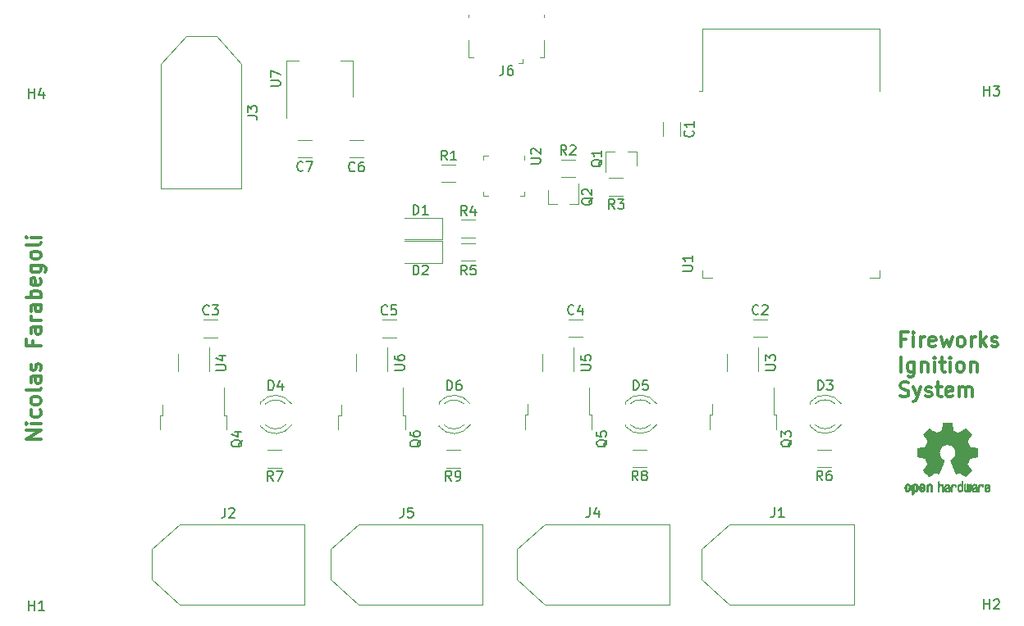
<source format=gbr>
G04 #@! TF.GenerationSoftware,KiCad,Pcbnew,5.1.9*
G04 #@! TF.CreationDate,2021-01-16T18:22:49+01:00*
G04 #@! TF.ProjectId,firework-ignition-system,66697265-776f-4726-9b2d-69676e697469,1*
G04 #@! TF.SameCoordinates,Original*
G04 #@! TF.FileFunction,Legend,Top*
G04 #@! TF.FilePolarity,Positive*
%FSLAX46Y46*%
G04 Gerber Fmt 4.6, Leading zero omitted, Abs format (unit mm)*
G04 Created by KiCad (PCBNEW 5.1.9) date 2021-01-16 18:22:49*
%MOMM*%
%LPD*%
G01*
G04 APERTURE LIST*
%ADD10C,0.304800*%
%ADD11C,0.120000*%
%ADD12C,0.010000*%
%ADD13C,0.150000*%
%ADD14R,2.600000X2.600000*%
%ADD15R,1.200000X1.900000*%
%ADD16O,1.200000X1.900000*%
%ADD17R,1.500000X1.900000*%
%ADD18C,1.450000*%
%ADD19R,0.400000X1.350000*%
%ADD20R,0.650000X1.060000*%
%ADD21R,5.800000X6.400000*%
%ADD22R,1.200000X2.200000*%
%ADD23C,6.000000*%
%ADD24C,1.800000*%
%ADD25R,1.800000X1.800000*%
%ADD26C,3.200000*%
%ADD27R,0.800000X0.900000*%
%ADD28R,2.000000X0.900000*%
%ADD29R,0.900000X2.000000*%
%ADD30R,5.000000X5.000000*%
%ADD31R,1.500000X2.000000*%
%ADD32R,3.800000X2.000000*%
G04 APERTURE END LIST*
D10*
X19739428Y17526000D02*
X18215428Y17526000D01*
X19739428Y18396857D01*
X18215428Y18396857D01*
X19739428Y19122571D02*
X18723428Y19122571D01*
X18215428Y19122571D02*
X18288000Y19050000D01*
X18360571Y19122571D01*
X18288000Y19195142D01*
X18215428Y19122571D01*
X18360571Y19122571D01*
X19666857Y20501428D02*
X19739428Y20356285D01*
X19739428Y20066000D01*
X19666857Y19920857D01*
X19594285Y19848285D01*
X19449142Y19775714D01*
X19013714Y19775714D01*
X18868571Y19848285D01*
X18796000Y19920857D01*
X18723428Y20066000D01*
X18723428Y20356285D01*
X18796000Y20501428D01*
X19739428Y21372285D02*
X19666857Y21227142D01*
X19594285Y21154571D01*
X19449142Y21082000D01*
X19013714Y21082000D01*
X18868571Y21154571D01*
X18796000Y21227142D01*
X18723428Y21372285D01*
X18723428Y21590000D01*
X18796000Y21735142D01*
X18868571Y21807714D01*
X19013714Y21880285D01*
X19449142Y21880285D01*
X19594285Y21807714D01*
X19666857Y21735142D01*
X19739428Y21590000D01*
X19739428Y21372285D01*
X19739428Y22751142D02*
X19666857Y22606000D01*
X19521714Y22533428D01*
X18215428Y22533428D01*
X19739428Y23984857D02*
X18941142Y23984857D01*
X18796000Y23912285D01*
X18723428Y23767142D01*
X18723428Y23476857D01*
X18796000Y23331714D01*
X19666857Y23984857D02*
X19739428Y23839714D01*
X19739428Y23476857D01*
X19666857Y23331714D01*
X19521714Y23259142D01*
X19376571Y23259142D01*
X19231428Y23331714D01*
X19158857Y23476857D01*
X19158857Y23839714D01*
X19086285Y23984857D01*
X19666857Y24638000D02*
X19739428Y24783142D01*
X19739428Y25073428D01*
X19666857Y25218571D01*
X19521714Y25291142D01*
X19449142Y25291142D01*
X19304000Y25218571D01*
X19231428Y25073428D01*
X19231428Y24855714D01*
X19158857Y24710571D01*
X19013714Y24638000D01*
X18941142Y24638000D01*
X18796000Y24710571D01*
X18723428Y24855714D01*
X18723428Y25073428D01*
X18796000Y25218571D01*
X18941142Y27613428D02*
X18941142Y27105428D01*
X19739428Y27105428D02*
X18215428Y27105428D01*
X18215428Y27831142D01*
X19739428Y29064857D02*
X18941142Y29064857D01*
X18796000Y28992285D01*
X18723428Y28847142D01*
X18723428Y28556857D01*
X18796000Y28411714D01*
X19666857Y29064857D02*
X19739428Y28919714D01*
X19739428Y28556857D01*
X19666857Y28411714D01*
X19521714Y28339142D01*
X19376571Y28339142D01*
X19231428Y28411714D01*
X19158857Y28556857D01*
X19158857Y28919714D01*
X19086285Y29064857D01*
X19739428Y29790571D02*
X18723428Y29790571D01*
X19013714Y29790571D02*
X18868571Y29863142D01*
X18796000Y29935714D01*
X18723428Y30080857D01*
X18723428Y30226000D01*
X19739428Y31387142D02*
X18941142Y31387142D01*
X18796000Y31314571D01*
X18723428Y31169428D01*
X18723428Y30879142D01*
X18796000Y30734000D01*
X19666857Y31387142D02*
X19739428Y31242000D01*
X19739428Y30879142D01*
X19666857Y30734000D01*
X19521714Y30661428D01*
X19376571Y30661428D01*
X19231428Y30734000D01*
X19158857Y30879142D01*
X19158857Y31242000D01*
X19086285Y31387142D01*
X19739428Y32112857D02*
X18215428Y32112857D01*
X18796000Y32112857D02*
X18723428Y32258000D01*
X18723428Y32548285D01*
X18796000Y32693428D01*
X18868571Y32766000D01*
X19013714Y32838571D01*
X19449142Y32838571D01*
X19594285Y32766000D01*
X19666857Y32693428D01*
X19739428Y32548285D01*
X19739428Y32258000D01*
X19666857Y32112857D01*
X19666857Y34072285D02*
X19739428Y33927142D01*
X19739428Y33636857D01*
X19666857Y33491714D01*
X19521714Y33419142D01*
X18941142Y33419142D01*
X18796000Y33491714D01*
X18723428Y33636857D01*
X18723428Y33927142D01*
X18796000Y34072285D01*
X18941142Y34144857D01*
X19086285Y34144857D01*
X19231428Y33419142D01*
X18723428Y35451142D02*
X19957142Y35451142D01*
X20102285Y35378571D01*
X20174857Y35306000D01*
X20247428Y35160857D01*
X20247428Y34943142D01*
X20174857Y34798000D01*
X19666857Y35451142D02*
X19739428Y35306000D01*
X19739428Y35015714D01*
X19666857Y34870571D01*
X19594285Y34798000D01*
X19449142Y34725428D01*
X19013714Y34725428D01*
X18868571Y34798000D01*
X18796000Y34870571D01*
X18723428Y35015714D01*
X18723428Y35306000D01*
X18796000Y35451142D01*
X19739428Y36394571D02*
X19666857Y36249428D01*
X19594285Y36176857D01*
X19449142Y36104285D01*
X19013714Y36104285D01*
X18868571Y36176857D01*
X18796000Y36249428D01*
X18723428Y36394571D01*
X18723428Y36612285D01*
X18796000Y36757428D01*
X18868571Y36830000D01*
X19013714Y36902571D01*
X19449142Y36902571D01*
X19594285Y36830000D01*
X19666857Y36757428D01*
X19739428Y36612285D01*
X19739428Y36394571D01*
X19739428Y37773428D02*
X19666857Y37628285D01*
X19521714Y37555714D01*
X18215428Y37555714D01*
X19739428Y38353999D02*
X18723428Y38353999D01*
X18215428Y38353999D02*
X18288000Y38281428D01*
X18360571Y38353999D01*
X18288000Y38426571D01*
X18215428Y38353999D01*
X18360571Y38353999D01*
X109018977Y27845657D02*
X108510977Y27845657D01*
X108510977Y27047371D02*
X108510977Y28571371D01*
X109236691Y28571371D01*
X109817262Y27047371D02*
X109817262Y28063371D01*
X109817262Y28571371D02*
X109744691Y28498800D01*
X109817262Y28426228D01*
X109889834Y28498800D01*
X109817262Y28571371D01*
X109817262Y28426228D01*
X110542977Y27047371D02*
X110542977Y28063371D01*
X110542977Y27773085D02*
X110615548Y27918228D01*
X110688120Y27990800D01*
X110833262Y28063371D01*
X110978405Y28063371D01*
X112066977Y27119942D02*
X111921834Y27047371D01*
X111631548Y27047371D01*
X111486405Y27119942D01*
X111413834Y27265085D01*
X111413834Y27845657D01*
X111486405Y27990800D01*
X111631548Y28063371D01*
X111921834Y28063371D01*
X112066977Y27990800D01*
X112139548Y27845657D01*
X112139548Y27700514D01*
X111413834Y27555371D01*
X112647548Y28063371D02*
X112937834Y27047371D01*
X113228120Y27773085D01*
X113518405Y27047371D01*
X113808691Y28063371D01*
X114606977Y27047371D02*
X114461834Y27119942D01*
X114389262Y27192514D01*
X114316691Y27337657D01*
X114316691Y27773085D01*
X114389262Y27918228D01*
X114461834Y27990800D01*
X114606977Y28063371D01*
X114824691Y28063371D01*
X114969834Y27990800D01*
X115042405Y27918228D01*
X115114977Y27773085D01*
X115114977Y27337657D01*
X115042405Y27192514D01*
X114969834Y27119942D01*
X114824691Y27047371D01*
X114606977Y27047371D01*
X115768120Y27047371D02*
X115768120Y28063371D01*
X115768120Y27773085D02*
X115840691Y27918228D01*
X115913262Y27990800D01*
X116058405Y28063371D01*
X116203548Y28063371D01*
X116711548Y27047371D02*
X116711548Y28571371D01*
X116856691Y27627942D02*
X117292120Y27047371D01*
X117292120Y28063371D02*
X116711548Y27482800D01*
X117872691Y27119942D02*
X118017834Y27047371D01*
X118308120Y27047371D01*
X118453262Y27119942D01*
X118525834Y27265085D01*
X118525834Y27337657D01*
X118453262Y27482800D01*
X118308120Y27555371D01*
X118090405Y27555371D01*
X117945262Y27627942D01*
X117872691Y27773085D01*
X117872691Y27845657D01*
X117945262Y27990800D01*
X118090405Y28063371D01*
X118308120Y28063371D01*
X118453262Y27990800D01*
X108510977Y24456571D02*
X108510977Y25980571D01*
X109889834Y25472571D02*
X109889834Y24238857D01*
X109817262Y24093714D01*
X109744691Y24021142D01*
X109599548Y23948571D01*
X109381834Y23948571D01*
X109236691Y24021142D01*
X109889834Y24529142D02*
X109744691Y24456571D01*
X109454405Y24456571D01*
X109309262Y24529142D01*
X109236691Y24601714D01*
X109164120Y24746857D01*
X109164120Y25182285D01*
X109236691Y25327428D01*
X109309262Y25400000D01*
X109454405Y25472571D01*
X109744691Y25472571D01*
X109889834Y25400000D01*
X110615548Y25472571D02*
X110615548Y24456571D01*
X110615548Y25327428D02*
X110688120Y25400000D01*
X110833262Y25472571D01*
X111050977Y25472571D01*
X111196120Y25400000D01*
X111268691Y25254857D01*
X111268691Y24456571D01*
X111994405Y24456571D02*
X111994405Y25472571D01*
X111994405Y25980571D02*
X111921834Y25908000D01*
X111994405Y25835428D01*
X112066977Y25908000D01*
X111994405Y25980571D01*
X111994405Y25835428D01*
X112502405Y25472571D02*
X113082977Y25472571D01*
X112720120Y25980571D02*
X112720120Y24674285D01*
X112792691Y24529142D01*
X112937834Y24456571D01*
X113082977Y24456571D01*
X113590977Y24456571D02*
X113590977Y25472571D01*
X113590977Y25980571D02*
X113518405Y25908000D01*
X113590977Y25835428D01*
X113663548Y25908000D01*
X113590977Y25980571D01*
X113590977Y25835428D01*
X114534405Y24456571D02*
X114389262Y24529142D01*
X114316691Y24601714D01*
X114244120Y24746857D01*
X114244120Y25182285D01*
X114316691Y25327428D01*
X114389262Y25400000D01*
X114534405Y25472571D01*
X114752120Y25472571D01*
X114897262Y25400000D01*
X114969834Y25327428D01*
X115042405Y25182285D01*
X115042405Y24746857D01*
X114969834Y24601714D01*
X114897262Y24529142D01*
X114752120Y24456571D01*
X114534405Y24456571D01*
X115695548Y25472571D02*
X115695548Y24456571D01*
X115695548Y25327428D02*
X115768120Y25400000D01*
X115913262Y25472571D01*
X116130977Y25472571D01*
X116276120Y25400000D01*
X116348691Y25254857D01*
X116348691Y24456571D01*
X108438405Y21938342D02*
X108656120Y21865771D01*
X109018977Y21865771D01*
X109164120Y21938342D01*
X109236691Y22010914D01*
X109309262Y22156057D01*
X109309262Y22301200D01*
X109236691Y22446342D01*
X109164120Y22518914D01*
X109018977Y22591485D01*
X108728691Y22664057D01*
X108583548Y22736628D01*
X108510977Y22809200D01*
X108438405Y22954342D01*
X108438405Y23099485D01*
X108510977Y23244628D01*
X108583548Y23317200D01*
X108728691Y23389771D01*
X109091548Y23389771D01*
X109309262Y23317200D01*
X109817262Y22881771D02*
X110180120Y21865771D01*
X110542977Y22881771D02*
X110180120Y21865771D01*
X110034977Y21502914D01*
X109962405Y21430342D01*
X109817262Y21357771D01*
X111050977Y21938342D02*
X111196120Y21865771D01*
X111486405Y21865771D01*
X111631548Y21938342D01*
X111704120Y22083485D01*
X111704120Y22156057D01*
X111631548Y22301200D01*
X111486405Y22373771D01*
X111268691Y22373771D01*
X111123548Y22446342D01*
X111050977Y22591485D01*
X111050977Y22664057D01*
X111123548Y22809200D01*
X111268691Y22881771D01*
X111486405Y22881771D01*
X111631548Y22809200D01*
X112139548Y22881771D02*
X112720120Y22881771D01*
X112357262Y23389771D02*
X112357262Y22083485D01*
X112429834Y21938342D01*
X112574977Y21865771D01*
X112720120Y21865771D01*
X113808691Y21938342D02*
X113663548Y21865771D01*
X113373262Y21865771D01*
X113228120Y21938342D01*
X113155548Y22083485D01*
X113155548Y22664057D01*
X113228120Y22809200D01*
X113373262Y22881771D01*
X113663548Y22881771D01*
X113808691Y22809200D01*
X113881262Y22664057D01*
X113881262Y22518914D01*
X113155548Y22373771D01*
X114534405Y21865771D02*
X114534405Y22881771D01*
X114534405Y22736628D02*
X114606977Y22809200D01*
X114752120Y22881771D01*
X114969834Y22881771D01*
X115114977Y22809200D01*
X115187548Y22664057D01*
X115187548Y21865771D01*
X115187548Y22664057D02*
X115260120Y22809200D01*
X115405262Y22881771D01*
X115622977Y22881771D01*
X115768120Y22809200D01*
X115840691Y22664057D01*
X115840691Y21865771D01*
D11*
X47701252Y46588000D02*
X46278748Y46588000D01*
X47701252Y48408000D02*
X46278748Y48408000D01*
X51612748Y48408000D02*
X53035252Y48408000D01*
X51612748Y46588000D02*
X53035252Y46588000D01*
X85746000Y50241252D02*
X85746000Y48818748D01*
X83926000Y50241252D02*
X83926000Y48818748D01*
X69674000Y43069000D02*
X69674000Y42594000D01*
X69674000Y42594000D02*
X69199000Y42594000D01*
X65454000Y46339000D02*
X65454000Y46814000D01*
X65454000Y46814000D02*
X65929000Y46814000D01*
X65454000Y43069000D02*
X65454000Y42594000D01*
X65454000Y42594000D02*
X65929000Y42594000D01*
X69674000Y46339000D02*
X69674000Y46814000D01*
X71718000Y56911500D02*
X71268000Y56911500D01*
X71718000Y58761500D02*
X71718000Y56911500D01*
X63918000Y61311500D02*
X63918000Y61061500D01*
X71718000Y61311500D02*
X71718000Y61061500D01*
X63918000Y58761500D02*
X63918000Y56911500D01*
X63918000Y56911500D02*
X64368000Y56911500D01*
X69518000Y56361500D02*
X69068000Y56361500D01*
X69518000Y56361500D02*
X69518000Y56811500D01*
D12*
G36*
X113423878Y19206224D02*
G01*
X113529612Y19205645D01*
X113606132Y19204078D01*
X113658372Y19201028D01*
X113691263Y19196004D01*
X113709737Y19188511D01*
X113718727Y19178056D01*
X113723163Y19164147D01*
X113723594Y19162346D01*
X113730333Y19129855D01*
X113742808Y19065748D01*
X113759719Y18976849D01*
X113779771Y18869981D01*
X113801664Y18751967D01*
X113802429Y18747822D01*
X113824359Y18632169D01*
X113844877Y18529986D01*
X113862659Y18447402D01*
X113876381Y18390544D01*
X113884718Y18365542D01*
X113885116Y18365099D01*
X113909677Y18352890D01*
X113960315Y18332544D01*
X114026095Y18308455D01*
X114026461Y18308326D01*
X114109317Y18277182D01*
X114207000Y18237509D01*
X114299077Y18197619D01*
X114303434Y18195647D01*
X114453407Y18127580D01*
X114785498Y18354361D01*
X114887374Y18423496D01*
X114979657Y18485303D01*
X115057003Y18536267D01*
X115114064Y18572873D01*
X115145495Y18591606D01*
X115148479Y18592996D01*
X115171321Y18586810D01*
X115213982Y18556965D01*
X115278128Y18502053D01*
X115365421Y18420666D01*
X115454535Y18334078D01*
X115540441Y18248753D01*
X115617327Y18170892D01*
X115680564Y18105303D01*
X115725523Y18056795D01*
X115747576Y18030175D01*
X115748396Y18028805D01*
X115750834Y18010537D01*
X115741650Y17980705D01*
X115718574Y17935279D01*
X115679337Y17870230D01*
X115621670Y17781530D01*
X115544795Y17667343D01*
X115476570Y17566838D01*
X115415582Y17476697D01*
X115365356Y17402151D01*
X115329416Y17348435D01*
X115311287Y17320782D01*
X115310146Y17318905D01*
X115312359Y17292410D01*
X115329138Y17240914D01*
X115357142Y17174149D01*
X115367122Y17152828D01*
X115410672Y17057841D01*
X115457134Y16950063D01*
X115494877Y16856808D01*
X115522073Y16787594D01*
X115543675Y16734994D01*
X115556158Y16707503D01*
X115557709Y16705384D01*
X115580668Y16701876D01*
X115634786Y16692262D01*
X115712868Y16677911D01*
X115807719Y16660193D01*
X115912143Y16640475D01*
X116018944Y16620126D01*
X116120926Y16600514D01*
X116210894Y16583009D01*
X116281653Y16568978D01*
X116326006Y16559791D01*
X116336885Y16557193D01*
X116348122Y16550782D01*
X116356605Y16536303D01*
X116362714Y16508867D01*
X116366832Y16463589D01*
X116369341Y16395580D01*
X116370621Y16299953D01*
X116371054Y16171820D01*
X116371077Y16119299D01*
X116371077Y15692155D01*
X116268500Y15671909D01*
X116211431Y15660930D01*
X116126269Y15644905D01*
X116023372Y15625767D01*
X115913096Y15605449D01*
X115882615Y15599868D01*
X115780855Y15580083D01*
X115692205Y15560627D01*
X115624108Y15543303D01*
X115584004Y15529912D01*
X115577323Y15525921D01*
X115560919Y15497658D01*
X115537399Y15442891D01*
X115511316Y15372412D01*
X115506142Y15357231D01*
X115471956Y15263104D01*
X115429523Y15156899D01*
X115387997Y15061527D01*
X115387792Y15061084D01*
X115318640Y14911475D01*
X115773512Y14242383D01*
X115481500Y13949884D01*
X115393180Y13862830D01*
X115312625Y13786091D01*
X115244360Y13723763D01*
X115192908Y13679944D01*
X115162794Y13658730D01*
X115158474Y13657384D01*
X115133111Y13667984D01*
X115081358Y13697453D01*
X115008868Y13742295D01*
X114921294Y13799016D01*
X114826612Y13862538D01*
X114730516Y13927332D01*
X114644837Y13983713D01*
X114575016Y14028212D01*
X114526494Y14057361D01*
X114504782Y14067692D01*
X114478293Y14058950D01*
X114428062Y14035913D01*
X114364451Y14003369D01*
X114357708Y13999751D01*
X114272046Y13956790D01*
X114213306Y13935721D01*
X114176772Y13935497D01*
X114157731Y13955072D01*
X114157620Y13955346D01*
X114148102Y13978528D01*
X114125403Y14033559D01*
X114091282Y14116178D01*
X114047500Y14222128D01*
X113995816Y14347148D01*
X113937992Y14486980D01*
X113881991Y14622363D01*
X113820447Y14771766D01*
X113763939Y14910168D01*
X113714161Y15033327D01*
X113672806Y15136998D01*
X113641568Y15216941D01*
X113622141Y15268912D01*
X113616154Y15288308D01*
X113631168Y15310557D01*
X113670439Y15346018D01*
X113722807Y15385113D01*
X113871941Y15508755D01*
X113988511Y15650478D01*
X114071118Y15807296D01*
X114118366Y15976225D01*
X114128857Y16154278D01*
X114121231Y16236461D01*
X114079682Y16406969D01*
X114008123Y16557541D01*
X113910995Y16686691D01*
X113792734Y16792936D01*
X113657780Y16874790D01*
X113510571Y16930768D01*
X113355544Y16959385D01*
X113197139Y16959156D01*
X113039794Y16928595D01*
X112887946Y16866218D01*
X112746035Y16770540D01*
X112686803Y16716428D01*
X112573203Y16577480D01*
X112494106Y16425639D01*
X112448986Y16265333D01*
X112437316Y16100988D01*
X112458569Y15937029D01*
X112512220Y15777882D01*
X112597740Y15627975D01*
X112714605Y15491733D01*
X112845193Y15385113D01*
X112899588Y15344358D01*
X112938014Y15309282D01*
X112951846Y15288274D01*
X112944603Y15265365D01*
X112924005Y15210635D01*
X112891746Y15128328D01*
X112849521Y15022685D01*
X112799023Y14897950D01*
X112741948Y14758364D01*
X112685854Y14622330D01*
X112623967Y14472799D01*
X112566644Y14334233D01*
X112515644Y14210893D01*
X112472727Y14107036D01*
X112439653Y14026920D01*
X112418181Y13974805D01*
X112410225Y13955346D01*
X112391429Y13935577D01*
X112355074Y13935635D01*
X112296479Y13956559D01*
X112210968Y13999387D01*
X112210292Y13999751D01*
X112145907Y14032988D01*
X112093861Y14057198D01*
X112064512Y14067596D01*
X112063217Y14067692D01*
X112041124Y14057145D01*
X111992348Y14027816D01*
X111922331Y13983173D01*
X111836514Y13926686D01*
X111741388Y13862538D01*
X111644540Y13797589D01*
X111557253Y13741104D01*
X111485181Y13696579D01*
X111433977Y13667510D01*
X111409526Y13657384D01*
X111387010Y13670693D01*
X111341742Y13707888D01*
X111278244Y13764872D01*
X111201039Y13837551D01*
X111114651Y13921829D01*
X111086399Y13949984D01*
X110794287Y14242584D01*
X111016631Y14568896D01*
X111084202Y14669103D01*
X111143507Y14759037D01*
X111191217Y14833490D01*
X111224007Y14887249D01*
X111238548Y14915106D01*
X111238974Y14917088D01*
X111231308Y14943345D01*
X111210689Y14996163D01*
X111180685Y15066690D01*
X111159625Y15113907D01*
X111120248Y15204306D01*
X111083165Y15295634D01*
X111054415Y15372800D01*
X111046605Y15396308D01*
X111024417Y15459084D01*
X111002727Y15507589D01*
X110990813Y15525921D01*
X110964523Y15537141D01*
X110907142Y15553046D01*
X110826118Y15571833D01*
X110728895Y15591701D01*
X110685385Y15599868D01*
X110574896Y15620171D01*
X110468916Y15639830D01*
X110377801Y15656912D01*
X110311908Y15669482D01*
X110299500Y15671909D01*
X110196923Y15692155D01*
X110196923Y16119299D01*
X110197153Y16259754D01*
X110198099Y16366021D01*
X110200141Y16442987D01*
X110203662Y16495540D01*
X110209043Y16528567D01*
X110216666Y16546955D01*
X110226912Y16555592D01*
X110231115Y16557193D01*
X110256470Y16562873D01*
X110312484Y16574205D01*
X110391964Y16589821D01*
X110487712Y16608353D01*
X110592533Y16628431D01*
X110699232Y16648688D01*
X110800613Y16667754D01*
X110889479Y16684261D01*
X110958637Y16696841D01*
X111000889Y16704125D01*
X111010290Y16705384D01*
X111018807Y16722237D01*
X111037660Y16767130D01*
X111063324Y16831570D01*
X111073123Y16856808D01*
X111112648Y16954314D01*
X111159192Y17062041D01*
X111200877Y17152828D01*
X111231550Y17222247D01*
X111251956Y17279290D01*
X111258768Y17314223D01*
X111257682Y17318905D01*
X111243285Y17341009D01*
X111210412Y17390169D01*
X111162590Y17461152D01*
X111103348Y17548722D01*
X111036215Y17647643D01*
X111022941Y17667170D01*
X110945046Y17782860D01*
X110887787Y17870956D01*
X110848881Y17935514D01*
X110826044Y17980589D01*
X110816994Y18010237D01*
X110819448Y18028515D01*
X110819511Y18028631D01*
X110838827Y18052639D01*
X110881551Y18099053D01*
X110943051Y18163063D01*
X111018698Y18239855D01*
X111103861Y18324618D01*
X111113465Y18334078D01*
X111220790Y18438011D01*
X111303615Y18514325D01*
X111363605Y18564429D01*
X111402423Y18589730D01*
X111419520Y18592996D01*
X111444473Y18578750D01*
X111496255Y18545844D01*
X111569520Y18497792D01*
X111658920Y18438110D01*
X111759111Y18370312D01*
X111782501Y18354361D01*
X112114593Y18127580D01*
X112264565Y18195647D01*
X112355770Y18235315D01*
X112453669Y18275209D01*
X112537831Y18307017D01*
X112541538Y18308326D01*
X112607369Y18332424D01*
X112658116Y18352800D01*
X112682842Y18365064D01*
X112682884Y18365099D01*
X112690729Y18387266D01*
X112704066Y18441783D01*
X112721570Y18522520D01*
X112741917Y18623350D01*
X112763782Y18738144D01*
X112765571Y18747822D01*
X112787504Y18866096D01*
X112807640Y18973458D01*
X112824680Y19063083D01*
X112837328Y19128149D01*
X112844284Y19161832D01*
X112844406Y19162346D01*
X112848639Y19176675D01*
X112856871Y19187493D01*
X112874033Y19195294D01*
X112905058Y19200571D01*
X112954878Y19203818D01*
X113028424Y19205528D01*
X113130629Y19206193D01*
X113266425Y19206307D01*
X113284000Y19206308D01*
X113423878Y19206224D01*
G37*
X113423878Y19206224D02*
X113529612Y19205645D01*
X113606132Y19204078D01*
X113658372Y19201028D01*
X113691263Y19196004D01*
X113709737Y19188511D01*
X113718727Y19178056D01*
X113723163Y19164147D01*
X113723594Y19162346D01*
X113730333Y19129855D01*
X113742808Y19065748D01*
X113759719Y18976849D01*
X113779771Y18869981D01*
X113801664Y18751967D01*
X113802429Y18747822D01*
X113824359Y18632169D01*
X113844877Y18529986D01*
X113862659Y18447402D01*
X113876381Y18390544D01*
X113884718Y18365542D01*
X113885116Y18365099D01*
X113909677Y18352890D01*
X113960315Y18332544D01*
X114026095Y18308455D01*
X114026461Y18308326D01*
X114109317Y18277182D01*
X114207000Y18237509D01*
X114299077Y18197619D01*
X114303434Y18195647D01*
X114453407Y18127580D01*
X114785498Y18354361D01*
X114887374Y18423496D01*
X114979657Y18485303D01*
X115057003Y18536267D01*
X115114064Y18572873D01*
X115145495Y18591606D01*
X115148479Y18592996D01*
X115171321Y18586810D01*
X115213982Y18556965D01*
X115278128Y18502053D01*
X115365421Y18420666D01*
X115454535Y18334078D01*
X115540441Y18248753D01*
X115617327Y18170892D01*
X115680564Y18105303D01*
X115725523Y18056795D01*
X115747576Y18030175D01*
X115748396Y18028805D01*
X115750834Y18010537D01*
X115741650Y17980705D01*
X115718574Y17935279D01*
X115679337Y17870230D01*
X115621670Y17781530D01*
X115544795Y17667343D01*
X115476570Y17566838D01*
X115415582Y17476697D01*
X115365356Y17402151D01*
X115329416Y17348435D01*
X115311287Y17320782D01*
X115310146Y17318905D01*
X115312359Y17292410D01*
X115329138Y17240914D01*
X115357142Y17174149D01*
X115367122Y17152828D01*
X115410672Y17057841D01*
X115457134Y16950063D01*
X115494877Y16856808D01*
X115522073Y16787594D01*
X115543675Y16734994D01*
X115556158Y16707503D01*
X115557709Y16705384D01*
X115580668Y16701876D01*
X115634786Y16692262D01*
X115712868Y16677911D01*
X115807719Y16660193D01*
X115912143Y16640475D01*
X116018944Y16620126D01*
X116120926Y16600514D01*
X116210894Y16583009D01*
X116281653Y16568978D01*
X116326006Y16559791D01*
X116336885Y16557193D01*
X116348122Y16550782D01*
X116356605Y16536303D01*
X116362714Y16508867D01*
X116366832Y16463589D01*
X116369341Y16395580D01*
X116370621Y16299953D01*
X116371054Y16171820D01*
X116371077Y16119299D01*
X116371077Y15692155D01*
X116268500Y15671909D01*
X116211431Y15660930D01*
X116126269Y15644905D01*
X116023372Y15625767D01*
X115913096Y15605449D01*
X115882615Y15599868D01*
X115780855Y15580083D01*
X115692205Y15560627D01*
X115624108Y15543303D01*
X115584004Y15529912D01*
X115577323Y15525921D01*
X115560919Y15497658D01*
X115537399Y15442891D01*
X115511316Y15372412D01*
X115506142Y15357231D01*
X115471956Y15263104D01*
X115429523Y15156899D01*
X115387997Y15061527D01*
X115387792Y15061084D01*
X115318640Y14911475D01*
X115773512Y14242383D01*
X115481500Y13949884D01*
X115393180Y13862830D01*
X115312625Y13786091D01*
X115244360Y13723763D01*
X115192908Y13679944D01*
X115162794Y13658730D01*
X115158474Y13657384D01*
X115133111Y13667984D01*
X115081358Y13697453D01*
X115008868Y13742295D01*
X114921294Y13799016D01*
X114826612Y13862538D01*
X114730516Y13927332D01*
X114644837Y13983713D01*
X114575016Y14028212D01*
X114526494Y14057361D01*
X114504782Y14067692D01*
X114478293Y14058950D01*
X114428062Y14035913D01*
X114364451Y14003369D01*
X114357708Y13999751D01*
X114272046Y13956790D01*
X114213306Y13935721D01*
X114176772Y13935497D01*
X114157731Y13955072D01*
X114157620Y13955346D01*
X114148102Y13978528D01*
X114125403Y14033559D01*
X114091282Y14116178D01*
X114047500Y14222128D01*
X113995816Y14347148D01*
X113937992Y14486980D01*
X113881991Y14622363D01*
X113820447Y14771766D01*
X113763939Y14910168D01*
X113714161Y15033327D01*
X113672806Y15136998D01*
X113641568Y15216941D01*
X113622141Y15268912D01*
X113616154Y15288308D01*
X113631168Y15310557D01*
X113670439Y15346018D01*
X113722807Y15385113D01*
X113871941Y15508755D01*
X113988511Y15650478D01*
X114071118Y15807296D01*
X114118366Y15976225D01*
X114128857Y16154278D01*
X114121231Y16236461D01*
X114079682Y16406969D01*
X114008123Y16557541D01*
X113910995Y16686691D01*
X113792734Y16792936D01*
X113657780Y16874790D01*
X113510571Y16930768D01*
X113355544Y16959385D01*
X113197139Y16959156D01*
X113039794Y16928595D01*
X112887946Y16866218D01*
X112746035Y16770540D01*
X112686803Y16716428D01*
X112573203Y16577480D01*
X112494106Y16425639D01*
X112448986Y16265333D01*
X112437316Y16100988D01*
X112458569Y15937029D01*
X112512220Y15777882D01*
X112597740Y15627975D01*
X112714605Y15491733D01*
X112845193Y15385113D01*
X112899588Y15344358D01*
X112938014Y15309282D01*
X112951846Y15288274D01*
X112944603Y15265365D01*
X112924005Y15210635D01*
X112891746Y15128328D01*
X112849521Y15022685D01*
X112799023Y14897950D01*
X112741948Y14758364D01*
X112685854Y14622330D01*
X112623967Y14472799D01*
X112566644Y14334233D01*
X112515644Y14210893D01*
X112472727Y14107036D01*
X112439653Y14026920D01*
X112418181Y13974805D01*
X112410225Y13955346D01*
X112391429Y13935577D01*
X112355074Y13935635D01*
X112296479Y13956559D01*
X112210968Y13999387D01*
X112210292Y13999751D01*
X112145907Y14032988D01*
X112093861Y14057198D01*
X112064512Y14067596D01*
X112063217Y14067692D01*
X112041124Y14057145D01*
X111992348Y14027816D01*
X111922331Y13983173D01*
X111836514Y13926686D01*
X111741388Y13862538D01*
X111644540Y13797589D01*
X111557253Y13741104D01*
X111485181Y13696579D01*
X111433977Y13667510D01*
X111409526Y13657384D01*
X111387010Y13670693D01*
X111341742Y13707888D01*
X111278244Y13764872D01*
X111201039Y13837551D01*
X111114651Y13921829D01*
X111086399Y13949984D01*
X110794287Y14242584D01*
X111016631Y14568896D01*
X111084202Y14669103D01*
X111143507Y14759037D01*
X111191217Y14833490D01*
X111224007Y14887249D01*
X111238548Y14915106D01*
X111238974Y14917088D01*
X111231308Y14943345D01*
X111210689Y14996163D01*
X111180685Y15066690D01*
X111159625Y15113907D01*
X111120248Y15204306D01*
X111083165Y15295634D01*
X111054415Y15372800D01*
X111046605Y15396308D01*
X111024417Y15459084D01*
X111002727Y15507589D01*
X110990813Y15525921D01*
X110964523Y15537141D01*
X110907142Y15553046D01*
X110826118Y15571833D01*
X110728895Y15591701D01*
X110685385Y15599868D01*
X110574896Y15620171D01*
X110468916Y15639830D01*
X110377801Y15656912D01*
X110311908Y15669482D01*
X110299500Y15671909D01*
X110196923Y15692155D01*
X110196923Y16119299D01*
X110197153Y16259754D01*
X110198099Y16366021D01*
X110200141Y16442987D01*
X110203662Y16495540D01*
X110209043Y16528567D01*
X110216666Y16546955D01*
X110226912Y16555592D01*
X110231115Y16557193D01*
X110256470Y16562873D01*
X110312484Y16574205D01*
X110391964Y16589821D01*
X110487712Y16608353D01*
X110592533Y16628431D01*
X110699232Y16648688D01*
X110800613Y16667754D01*
X110889479Y16684261D01*
X110958637Y16696841D01*
X111000889Y16704125D01*
X111010290Y16705384D01*
X111018807Y16722237D01*
X111037660Y16767130D01*
X111063324Y16831570D01*
X111073123Y16856808D01*
X111112648Y16954314D01*
X111159192Y17062041D01*
X111200877Y17152828D01*
X111231550Y17222247D01*
X111251956Y17279290D01*
X111258768Y17314223D01*
X111257682Y17318905D01*
X111243285Y17341009D01*
X111210412Y17390169D01*
X111162590Y17461152D01*
X111103348Y17548722D01*
X111036215Y17647643D01*
X111022941Y17667170D01*
X110945046Y17782860D01*
X110887787Y17870956D01*
X110848881Y17935514D01*
X110826044Y17980589D01*
X110816994Y18010237D01*
X110819448Y18028515D01*
X110819511Y18028631D01*
X110838827Y18052639D01*
X110881551Y18099053D01*
X110943051Y18163063D01*
X111018698Y18239855D01*
X111103861Y18324618D01*
X111113465Y18334078D01*
X111220790Y18438011D01*
X111303615Y18514325D01*
X111363605Y18564429D01*
X111402423Y18589730D01*
X111419520Y18592996D01*
X111444473Y18578750D01*
X111496255Y18545844D01*
X111569520Y18497792D01*
X111658920Y18438110D01*
X111759111Y18370312D01*
X111782501Y18354361D01*
X112114593Y18127580D01*
X112264565Y18195647D01*
X112355770Y18235315D01*
X112453669Y18275209D01*
X112537831Y18307017D01*
X112541538Y18308326D01*
X112607369Y18332424D01*
X112658116Y18352800D01*
X112682842Y18365064D01*
X112682884Y18365099D01*
X112690729Y18387266D01*
X112704066Y18441783D01*
X112721570Y18522520D01*
X112741917Y18623350D01*
X112763782Y18738144D01*
X112765571Y18747822D01*
X112787504Y18866096D01*
X112807640Y18973458D01*
X112824680Y19063083D01*
X112837328Y19128149D01*
X112844284Y19161832D01*
X112844406Y19162346D01*
X112848639Y19176675D01*
X112856871Y19187493D01*
X112874033Y19195294D01*
X112905058Y19200571D01*
X112954878Y19203818D01*
X113028424Y19205528D01*
X113130629Y19206193D01*
X113266425Y19206307D01*
X113284000Y19206308D01*
X113423878Y19206224D01*
G36*
X117529224Y12846162D02*
G01*
X117606528Y12795639D01*
X117643814Y12750410D01*
X117673353Y12668337D01*
X117675699Y12603393D01*
X117670385Y12516555D01*
X117470115Y12428897D01*
X117372739Y12384113D01*
X117309113Y12348087D01*
X117276029Y12316883D01*
X117270280Y12286564D01*
X117288658Y12253195D01*
X117308923Y12231077D01*
X117367889Y12195607D01*
X117432024Y12193121D01*
X117490926Y12220765D01*
X117534197Y12275680D01*
X117541936Y12295072D01*
X117579006Y12355636D01*
X117621654Y12381448D01*
X117680154Y12403529D01*
X117680154Y12319816D01*
X117674982Y12262850D01*
X117654723Y12214811D01*
X117612262Y12159654D01*
X117605951Y12152486D01*
X117558720Y12103415D01*
X117518121Y12077080D01*
X117467328Y12064965D01*
X117425220Y12060997D01*
X117349902Y12060009D01*
X117296286Y12072534D01*
X117262838Y12091131D01*
X117210268Y12132025D01*
X117173879Y12176252D01*
X117150850Y12231874D01*
X117138359Y12306953D01*
X117133587Y12409551D01*
X117133206Y12461624D01*
X117134501Y12524052D01*
X117252471Y12524052D01*
X117253839Y12490562D01*
X117257249Y12485077D01*
X117279753Y12492528D01*
X117328182Y12512247D01*
X117392908Y12540282D01*
X117406443Y12546308D01*
X117488244Y12587904D01*
X117533312Y12624462D01*
X117543217Y12658704D01*
X117519526Y12693352D01*
X117499960Y12708661D01*
X117429360Y12739279D01*
X117363280Y12734220D01*
X117307959Y12696849D01*
X117269636Y12630527D01*
X117257349Y12577884D01*
X117252471Y12524052D01*
X117134501Y12524052D01*
X117135730Y12583280D01*
X117145032Y12673290D01*
X117163460Y12738833D01*
X117193360Y12787088D01*
X117237080Y12825233D01*
X117256141Y12837560D01*
X117342726Y12869664D01*
X117437522Y12871684D01*
X117529224Y12846162D01*
G37*
X117529224Y12846162D02*
X117606528Y12795639D01*
X117643814Y12750410D01*
X117673353Y12668337D01*
X117675699Y12603393D01*
X117670385Y12516555D01*
X117470115Y12428897D01*
X117372739Y12384113D01*
X117309113Y12348087D01*
X117276029Y12316883D01*
X117270280Y12286564D01*
X117288658Y12253195D01*
X117308923Y12231077D01*
X117367889Y12195607D01*
X117432024Y12193121D01*
X117490926Y12220765D01*
X117534197Y12275680D01*
X117541936Y12295072D01*
X117579006Y12355636D01*
X117621654Y12381448D01*
X117680154Y12403529D01*
X117680154Y12319816D01*
X117674982Y12262850D01*
X117654723Y12214811D01*
X117612262Y12159654D01*
X117605951Y12152486D01*
X117558720Y12103415D01*
X117518121Y12077080D01*
X117467328Y12064965D01*
X117425220Y12060997D01*
X117349902Y12060009D01*
X117296286Y12072534D01*
X117262838Y12091131D01*
X117210268Y12132025D01*
X117173879Y12176252D01*
X117150850Y12231874D01*
X117138359Y12306953D01*
X117133587Y12409551D01*
X117133206Y12461624D01*
X117134501Y12524052D01*
X117252471Y12524052D01*
X117253839Y12490562D01*
X117257249Y12485077D01*
X117279753Y12492528D01*
X117328182Y12512247D01*
X117392908Y12540282D01*
X117406443Y12546308D01*
X117488244Y12587904D01*
X117533312Y12624462D01*
X117543217Y12658704D01*
X117519526Y12693352D01*
X117499960Y12708661D01*
X117429360Y12739279D01*
X117363280Y12734220D01*
X117307959Y12696849D01*
X117269636Y12630527D01*
X117257349Y12577884D01*
X117252471Y12524052D01*
X117134501Y12524052D01*
X117135730Y12583280D01*
X117145032Y12673290D01*
X117163460Y12738833D01*
X117193360Y12787088D01*
X117237080Y12825233D01*
X117256141Y12837560D01*
X117342726Y12869664D01*
X117437522Y12871684D01*
X117529224Y12846162D01*
G36*
X116854807Y12857218D02*
G01*
X116878161Y12847012D01*
X116933902Y12802866D01*
X116981569Y12739033D01*
X117011048Y12670913D01*
X117015846Y12637330D01*
X116999760Y12590444D01*
X116964475Y12565635D01*
X116926644Y12550613D01*
X116909321Y12547845D01*
X116900886Y12567934D01*
X116884230Y12611649D01*
X116876923Y12631402D01*
X116835948Y12699729D01*
X116776622Y12733809D01*
X116700552Y12732761D01*
X116694918Y12731419D01*
X116654305Y12712164D01*
X116624448Y12674625D01*
X116604055Y12614191D01*
X116591836Y12526249D01*
X116586500Y12406187D01*
X116586000Y12342302D01*
X116585752Y12241597D01*
X116584126Y12172946D01*
X116579801Y12129327D01*
X116571454Y12103718D01*
X116557765Y12089097D01*
X116537411Y12078442D01*
X116536234Y12077905D01*
X116497038Y12061333D01*
X116477619Y12055231D01*
X116474635Y12073681D01*
X116472081Y12124677D01*
X116470140Y12201692D01*
X116468997Y12298195D01*
X116468769Y12368816D01*
X116469932Y12505475D01*
X116474479Y12609149D01*
X116483999Y12685892D01*
X116500081Y12741754D01*
X116524313Y12782788D01*
X116558286Y12815046D01*
X116591833Y12837560D01*
X116672499Y12867524D01*
X116766381Y12874282D01*
X116854807Y12857218D01*
G37*
X116854807Y12857218D02*
X116878161Y12847012D01*
X116933902Y12802866D01*
X116981569Y12739033D01*
X117011048Y12670913D01*
X117015846Y12637330D01*
X116999760Y12590444D01*
X116964475Y12565635D01*
X116926644Y12550613D01*
X116909321Y12547845D01*
X116900886Y12567934D01*
X116884230Y12611649D01*
X116876923Y12631402D01*
X116835948Y12699729D01*
X116776622Y12733809D01*
X116700552Y12732761D01*
X116694918Y12731419D01*
X116654305Y12712164D01*
X116624448Y12674625D01*
X116604055Y12614191D01*
X116591836Y12526249D01*
X116586500Y12406187D01*
X116586000Y12342302D01*
X116585752Y12241597D01*
X116584126Y12172946D01*
X116579801Y12129327D01*
X116571454Y12103718D01*
X116557765Y12089097D01*
X116537411Y12078442D01*
X116536234Y12077905D01*
X116497038Y12061333D01*
X116477619Y12055231D01*
X116474635Y12073681D01*
X116472081Y12124677D01*
X116470140Y12201692D01*
X116468997Y12298195D01*
X116468769Y12368816D01*
X116469932Y12505475D01*
X116474479Y12609149D01*
X116483999Y12685892D01*
X116500081Y12741754D01*
X116524313Y12782788D01*
X116558286Y12815046D01*
X116591833Y12837560D01*
X116672499Y12867524D01*
X116766381Y12874282D01*
X116854807Y12857218D01*
G36*
X116171333Y12860472D02*
G01*
X116227590Y12834883D01*
X116271747Y12803876D01*
X116304101Y12769205D01*
X116326438Y12724480D01*
X116340546Y12663308D01*
X116348211Y12579299D01*
X116351220Y12466060D01*
X116351538Y12391491D01*
X116351538Y12100580D01*
X116301773Y12077905D01*
X116262576Y12061333D01*
X116243157Y12055231D01*
X116239442Y12073390D01*
X116236495Y12122352D01*
X116234691Y12193847D01*
X116234308Y12250615D01*
X116232661Y12332629D01*
X116228222Y12397691D01*
X116221740Y12437533D01*
X116216590Y12446000D01*
X116181977Y12437354D01*
X116127640Y12415177D01*
X116064722Y12385114D01*
X116004368Y12352808D01*
X115957721Y12323902D01*
X115935926Y12304039D01*
X115935839Y12303825D01*
X115937714Y12267065D01*
X115954525Y12231974D01*
X115984039Y12203472D01*
X116027116Y12193939D01*
X116063932Y12195050D01*
X116116074Y12195867D01*
X116143444Y12183651D01*
X116159882Y12151376D01*
X116161955Y12145290D01*
X116169081Y12099261D01*
X116150024Y12071313D01*
X116100353Y12057993D01*
X116046697Y12055530D01*
X115950142Y12073790D01*
X115900159Y12099869D01*
X115838429Y12161132D01*
X115805690Y12236330D01*
X115802753Y12315789D01*
X115830424Y12389833D01*
X115872047Y12436231D01*
X115913604Y12462207D01*
X115978922Y12495093D01*
X116055038Y12528443D01*
X116067726Y12533539D01*
X116151333Y12570435D01*
X116199530Y12602954D01*
X116215030Y12635282D01*
X116200550Y12671606D01*
X116175692Y12700000D01*
X116116939Y12734961D01*
X116052293Y12737583D01*
X115993008Y12710642D01*
X115950339Y12656912D01*
X115944739Y12643050D01*
X115912133Y12592064D01*
X115864530Y12554213D01*
X115804461Y12523150D01*
X115804461Y12611232D01*
X115807997Y12665049D01*
X115823156Y12707466D01*
X115856768Y12752721D01*
X115889035Y12787580D01*
X115939209Y12836938D01*
X115978193Y12863453D01*
X116020064Y12874089D01*
X116067460Y12875846D01*
X116171333Y12860472D01*
G37*
X116171333Y12860472D02*
X116227590Y12834883D01*
X116271747Y12803876D01*
X116304101Y12769205D01*
X116326438Y12724480D01*
X116340546Y12663308D01*
X116348211Y12579299D01*
X116351220Y12466060D01*
X116351538Y12391491D01*
X116351538Y12100580D01*
X116301773Y12077905D01*
X116262576Y12061333D01*
X116243157Y12055231D01*
X116239442Y12073390D01*
X116236495Y12122352D01*
X116234691Y12193847D01*
X116234308Y12250615D01*
X116232661Y12332629D01*
X116228222Y12397691D01*
X116221740Y12437533D01*
X116216590Y12446000D01*
X116181977Y12437354D01*
X116127640Y12415177D01*
X116064722Y12385114D01*
X116004368Y12352808D01*
X115957721Y12323902D01*
X115935926Y12304039D01*
X115935839Y12303825D01*
X115937714Y12267065D01*
X115954525Y12231974D01*
X115984039Y12203472D01*
X116027116Y12193939D01*
X116063932Y12195050D01*
X116116074Y12195867D01*
X116143444Y12183651D01*
X116159882Y12151376D01*
X116161955Y12145290D01*
X116169081Y12099261D01*
X116150024Y12071313D01*
X116100353Y12057993D01*
X116046697Y12055530D01*
X115950142Y12073790D01*
X115900159Y12099869D01*
X115838429Y12161132D01*
X115805690Y12236330D01*
X115802753Y12315789D01*
X115830424Y12389833D01*
X115872047Y12436231D01*
X115913604Y12462207D01*
X115978922Y12495093D01*
X116055038Y12528443D01*
X116067726Y12533539D01*
X116151333Y12570435D01*
X116199530Y12602954D01*
X116215030Y12635282D01*
X116200550Y12671606D01*
X116175692Y12700000D01*
X116116939Y12734961D01*
X116052293Y12737583D01*
X115993008Y12710642D01*
X115950339Y12656912D01*
X115944739Y12643050D01*
X115912133Y12592064D01*
X115864530Y12554213D01*
X115804461Y12523150D01*
X115804461Y12611232D01*
X115807997Y12665049D01*
X115823156Y12707466D01*
X115856768Y12752721D01*
X115889035Y12787580D01*
X115939209Y12836938D01*
X115978193Y12863453D01*
X116020064Y12874089D01*
X116067460Y12875846D01*
X116171333Y12860472D01*
G36*
X115679929Y12857338D02*
G01*
X115682911Y12805932D01*
X115685247Y12727808D01*
X115686749Y12629143D01*
X115687231Y12525657D01*
X115687231Y12175467D01*
X115625401Y12113637D01*
X115582793Y12075538D01*
X115545390Y12060105D01*
X115494270Y12061082D01*
X115473978Y12063567D01*
X115410554Y12070800D01*
X115358095Y12074945D01*
X115345308Y12075328D01*
X115302199Y12072824D01*
X115240544Y12066538D01*
X115216638Y12063567D01*
X115157922Y12058972D01*
X115118464Y12068954D01*
X115079338Y12099772D01*
X115065215Y12113637D01*
X115003385Y12175467D01*
X115003385Y12830497D01*
X115053150Y12853171D01*
X115096002Y12869966D01*
X115121073Y12875846D01*
X115127501Y12857264D01*
X115133509Y12805345D01*
X115138697Y12725828D01*
X115142664Y12624454D01*
X115144577Y12538808D01*
X115149923Y12201769D01*
X115196560Y12195175D01*
X115238976Y12199786D01*
X115259760Y12214713D01*
X115265570Y12242623D01*
X115270530Y12302075D01*
X115274246Y12385534D01*
X115276324Y12485468D01*
X115276624Y12536896D01*
X115276923Y12832946D01*
X115338454Y12854396D01*
X115382004Y12868980D01*
X115405694Y12875781D01*
X115406377Y12875846D01*
X115408754Y12857358D01*
X115411366Y12806094D01*
X115413995Y12728351D01*
X115416421Y12630426D01*
X115418115Y12538808D01*
X115423461Y12201769D01*
X115540692Y12201769D01*
X115546072Y12509254D01*
X115551451Y12816739D01*
X115608601Y12846293D01*
X115650797Y12866587D01*
X115675770Y12875796D01*
X115676491Y12875846D01*
X115679929Y12857338D01*
G37*
X115679929Y12857338D02*
X115682911Y12805932D01*
X115685247Y12727808D01*
X115686749Y12629143D01*
X115687231Y12525657D01*
X115687231Y12175467D01*
X115625401Y12113637D01*
X115582793Y12075538D01*
X115545390Y12060105D01*
X115494270Y12061082D01*
X115473978Y12063567D01*
X115410554Y12070800D01*
X115358095Y12074945D01*
X115345308Y12075328D01*
X115302199Y12072824D01*
X115240544Y12066538D01*
X115216638Y12063567D01*
X115157922Y12058972D01*
X115118464Y12068954D01*
X115079338Y12099772D01*
X115065215Y12113637D01*
X115003385Y12175467D01*
X115003385Y12830497D01*
X115053150Y12853171D01*
X115096002Y12869966D01*
X115121073Y12875846D01*
X115127501Y12857264D01*
X115133509Y12805345D01*
X115138697Y12725828D01*
X115142664Y12624454D01*
X115144577Y12538808D01*
X115149923Y12201769D01*
X115196560Y12195175D01*
X115238976Y12199786D01*
X115259760Y12214713D01*
X115265570Y12242623D01*
X115270530Y12302075D01*
X115274246Y12385534D01*
X115276324Y12485468D01*
X115276624Y12536896D01*
X115276923Y12832946D01*
X115338454Y12854396D01*
X115382004Y12868980D01*
X115405694Y12875781D01*
X115406377Y12875846D01*
X115408754Y12857358D01*
X115411366Y12806094D01*
X115413995Y12728351D01*
X115416421Y12630426D01*
X115418115Y12538808D01*
X115423461Y12201769D01*
X115540692Y12201769D01*
X115546072Y12509254D01*
X115551451Y12816739D01*
X115608601Y12846293D01*
X115650797Y12866587D01*
X115675770Y12875796D01*
X115676491Y12875846D01*
X115679929Y12857338D01*
G36*
X114886081Y12713711D02*
G01*
X114885833Y12567680D01*
X114884872Y12455345D01*
X114882794Y12371322D01*
X114879193Y12310231D01*
X114873665Y12266691D01*
X114865804Y12235321D01*
X114855207Y12210738D01*
X114847182Y12196706D01*
X114780728Y12120612D01*
X114696470Y12072916D01*
X114603249Y12055801D01*
X114509900Y12071454D01*
X114454312Y12099582D01*
X114395957Y12148240D01*
X114356186Y12207667D01*
X114332190Y12285493D01*
X114321161Y12389348D01*
X114319599Y12465538D01*
X114319809Y12471014D01*
X114456308Y12471014D01*
X114457141Y12383645D01*
X114460961Y12325808D01*
X114469746Y12287971D01*
X114485474Y12260602D01*
X114504266Y12239958D01*
X114567375Y12200110D01*
X114635137Y12196705D01*
X114699179Y12229975D01*
X114704164Y12234483D01*
X114725439Y12257933D01*
X114738779Y12285834D01*
X114746001Y12327359D01*
X114748923Y12391684D01*
X114749385Y12462800D01*
X114748383Y12552142D01*
X114744238Y12611742D01*
X114735236Y12650911D01*
X114719667Y12678960D01*
X114706902Y12693856D01*
X114647600Y12731425D01*
X114579301Y12735943D01*
X114514110Y12707247D01*
X114501528Y12696594D01*
X114480111Y12672937D01*
X114466744Y12644749D01*
X114459566Y12602755D01*
X114456719Y12537681D01*
X114456308Y12471014D01*
X114319809Y12471014D01*
X114324322Y12588235D01*
X114340362Y12680423D01*
X114370528Y12749731D01*
X114417629Y12803789D01*
X114454312Y12831495D01*
X114520990Y12861428D01*
X114598272Y12875322D01*
X114670110Y12871603D01*
X114710308Y12856600D01*
X114726082Y12852330D01*
X114736550Y12868250D01*
X114743856Y12910911D01*
X114749385Y12975894D01*
X114755437Y13048268D01*
X114763844Y13091813D01*
X114779141Y13116713D01*
X114805864Y13133155D01*
X114822654Y13140436D01*
X114886154Y13167037D01*
X114886081Y12713711D01*
G37*
X114886081Y12713711D02*
X114885833Y12567680D01*
X114884872Y12455345D01*
X114882794Y12371322D01*
X114879193Y12310231D01*
X114873665Y12266691D01*
X114865804Y12235321D01*
X114855207Y12210738D01*
X114847182Y12196706D01*
X114780728Y12120612D01*
X114696470Y12072916D01*
X114603249Y12055801D01*
X114509900Y12071454D01*
X114454312Y12099582D01*
X114395957Y12148240D01*
X114356186Y12207667D01*
X114332190Y12285493D01*
X114321161Y12389348D01*
X114319599Y12465538D01*
X114319809Y12471014D01*
X114456308Y12471014D01*
X114457141Y12383645D01*
X114460961Y12325808D01*
X114469746Y12287971D01*
X114485474Y12260602D01*
X114504266Y12239958D01*
X114567375Y12200110D01*
X114635137Y12196705D01*
X114699179Y12229975D01*
X114704164Y12234483D01*
X114725439Y12257933D01*
X114738779Y12285834D01*
X114746001Y12327359D01*
X114748923Y12391684D01*
X114749385Y12462800D01*
X114748383Y12552142D01*
X114744238Y12611742D01*
X114735236Y12650911D01*
X114719667Y12678960D01*
X114706902Y12693856D01*
X114647600Y12731425D01*
X114579301Y12735943D01*
X114514110Y12707247D01*
X114501528Y12696594D01*
X114480111Y12672937D01*
X114466744Y12644749D01*
X114459566Y12602755D01*
X114456719Y12537681D01*
X114456308Y12471014D01*
X114319809Y12471014D01*
X114324322Y12588235D01*
X114340362Y12680423D01*
X114370528Y12749731D01*
X114417629Y12803789D01*
X114454312Y12831495D01*
X114520990Y12861428D01*
X114598272Y12875322D01*
X114670110Y12871603D01*
X114710308Y12856600D01*
X114726082Y12852330D01*
X114736550Y12868250D01*
X114743856Y12910911D01*
X114749385Y12975894D01*
X114755437Y13048268D01*
X114763844Y13091813D01*
X114779141Y13116713D01*
X114805864Y13133155D01*
X114822654Y13140436D01*
X114886154Y13167037D01*
X114886081Y12713711D01*
G36*
X113997362Y12869330D02*
G01*
X114086117Y12836579D01*
X114158022Y12778650D01*
X114186144Y12737872D01*
X114216802Y12663046D01*
X114216165Y12608942D01*
X114183987Y12572554D01*
X114172081Y12566367D01*
X114120675Y12547075D01*
X114094422Y12552018D01*
X114085530Y12584413D01*
X114085077Y12602308D01*
X114068797Y12668141D01*
X114026365Y12714193D01*
X113967388Y12736436D01*
X113901475Y12730839D01*
X113847895Y12701771D01*
X113829798Y12685190D01*
X113816971Y12665075D01*
X113808306Y12634668D01*
X113802696Y12587212D01*
X113799035Y12515950D01*
X113796215Y12414125D01*
X113795484Y12381885D01*
X113792820Y12271590D01*
X113789792Y12193964D01*
X113785250Y12142604D01*
X113778046Y12111110D01*
X113767033Y12093080D01*
X113751060Y12082112D01*
X113740834Y12077267D01*
X113697406Y12060699D01*
X113671842Y12055231D01*
X113663395Y12073493D01*
X113658239Y12128704D01*
X113656346Y12221501D01*
X113657689Y12352522D01*
X113658107Y12372731D01*
X113661058Y12492267D01*
X113664548Y12579551D01*
X113669514Y12641409D01*
X113676893Y12684664D01*
X113687624Y12716140D01*
X113702645Y12742661D01*
X113710502Y12754025D01*
X113755553Y12804308D01*
X113805940Y12843419D01*
X113812108Y12846833D01*
X113902458Y12873788D01*
X113997362Y12869330D01*
G37*
X113997362Y12869330D02*
X114086117Y12836579D01*
X114158022Y12778650D01*
X114186144Y12737872D01*
X114216802Y12663046D01*
X114216165Y12608942D01*
X114183987Y12572554D01*
X114172081Y12566367D01*
X114120675Y12547075D01*
X114094422Y12552018D01*
X114085530Y12584413D01*
X114085077Y12602308D01*
X114068797Y12668141D01*
X114026365Y12714193D01*
X113967388Y12736436D01*
X113901475Y12730839D01*
X113847895Y12701771D01*
X113829798Y12685190D01*
X113816971Y12665075D01*
X113808306Y12634668D01*
X113802696Y12587212D01*
X113799035Y12515950D01*
X113796215Y12414125D01*
X113795484Y12381885D01*
X113792820Y12271590D01*
X113789792Y12193964D01*
X113785250Y12142604D01*
X113778046Y12111110D01*
X113767033Y12093080D01*
X113751060Y12082112D01*
X113740834Y12077267D01*
X113697406Y12060699D01*
X113671842Y12055231D01*
X113663395Y12073493D01*
X113658239Y12128704D01*
X113656346Y12221501D01*
X113657689Y12352522D01*
X113658107Y12372731D01*
X113661058Y12492267D01*
X113664548Y12579551D01*
X113669514Y12641409D01*
X113676893Y12684664D01*
X113687624Y12716140D01*
X113702645Y12742661D01*
X113710502Y12754025D01*
X113755553Y12804308D01*
X113805940Y12843419D01*
X113812108Y12846833D01*
X113902458Y12873788D01*
X113997362Y12869330D01*
G36*
X113337501Y12867697D02*
G01*
X113414060Y12839267D01*
X113414936Y12838721D01*
X113462285Y12803873D01*
X113497241Y12763148D01*
X113521825Y12710075D01*
X113538062Y12638186D01*
X113547975Y12541008D01*
X113553586Y12412072D01*
X113554077Y12393702D01*
X113561141Y12116713D01*
X113501695Y12085972D01*
X113458681Y12065198D01*
X113432710Y12055354D01*
X113431509Y12055231D01*
X113427014Y12073394D01*
X113423444Y12122388D01*
X113421248Y12193969D01*
X113420769Y12251932D01*
X113420758Y12345830D01*
X113416466Y12404797D01*
X113401503Y12432921D01*
X113369482Y12434294D01*
X113314014Y12413002D01*
X113230269Y12373864D01*
X113168689Y12341357D01*
X113137017Y12313155D01*
X113127706Y12282418D01*
X113127692Y12280896D01*
X113143057Y12227946D01*
X113188547Y12199340D01*
X113258166Y12195197D01*
X113308313Y12195916D01*
X113334754Y12181473D01*
X113351243Y12146782D01*
X113360733Y12102584D01*
X113347057Y12077507D01*
X113341907Y12073918D01*
X113293425Y12059504D01*
X113225531Y12057463D01*
X113155612Y12067017D01*
X113106068Y12084478D01*
X113037570Y12142636D01*
X112998634Y12223592D01*
X112990923Y12286840D01*
X112996807Y12343889D01*
X113018101Y12390458D01*
X113060265Y12431819D01*
X113128759Y12473245D01*
X113229044Y12520007D01*
X113235154Y12522650D01*
X113325490Y12564383D01*
X113381235Y12598609D01*
X113405129Y12629365D01*
X113399913Y12660689D01*
X113368328Y12696617D01*
X113358883Y12704884D01*
X113295617Y12736942D01*
X113230064Y12735593D01*
X113172972Y12704162D01*
X113135093Y12645976D01*
X113131574Y12634554D01*
X113097300Y12579163D01*
X113053809Y12552482D01*
X112990923Y12526040D01*
X112990923Y12594452D01*
X113010052Y12693890D01*
X113066831Y12785098D01*
X113096378Y12815611D01*
X113163542Y12854772D01*
X113248956Y12872500D01*
X113337501Y12867697D01*
G37*
X113337501Y12867697D02*
X113414060Y12839267D01*
X113414936Y12838721D01*
X113462285Y12803873D01*
X113497241Y12763148D01*
X113521825Y12710075D01*
X113538062Y12638186D01*
X113547975Y12541008D01*
X113553586Y12412072D01*
X113554077Y12393702D01*
X113561141Y12116713D01*
X113501695Y12085972D01*
X113458681Y12065198D01*
X113432710Y12055354D01*
X113431509Y12055231D01*
X113427014Y12073394D01*
X113423444Y12122388D01*
X113421248Y12193969D01*
X113420769Y12251932D01*
X113420758Y12345830D01*
X113416466Y12404797D01*
X113401503Y12432921D01*
X113369482Y12434294D01*
X113314014Y12413002D01*
X113230269Y12373864D01*
X113168689Y12341357D01*
X113137017Y12313155D01*
X113127706Y12282418D01*
X113127692Y12280896D01*
X113143057Y12227946D01*
X113188547Y12199340D01*
X113258166Y12195197D01*
X113308313Y12195916D01*
X113334754Y12181473D01*
X113351243Y12146782D01*
X113360733Y12102584D01*
X113347057Y12077507D01*
X113341907Y12073918D01*
X113293425Y12059504D01*
X113225531Y12057463D01*
X113155612Y12067017D01*
X113106068Y12084478D01*
X113037570Y12142636D01*
X112998634Y12223592D01*
X112990923Y12286840D01*
X112996807Y12343889D01*
X113018101Y12390458D01*
X113060265Y12431819D01*
X113128759Y12473245D01*
X113229044Y12520007D01*
X113235154Y12522650D01*
X113325490Y12564383D01*
X113381235Y12598609D01*
X113405129Y12629365D01*
X113399913Y12660689D01*
X113368328Y12696617D01*
X113358883Y12704884D01*
X113295617Y12736942D01*
X113230064Y12735593D01*
X113172972Y12704162D01*
X113135093Y12645976D01*
X113131574Y12634554D01*
X113097300Y12579163D01*
X113053809Y12552482D01*
X112990923Y12526040D01*
X112990923Y12594452D01*
X113010052Y12693890D01*
X113066831Y12785098D01*
X113096378Y12815611D01*
X113163542Y12854772D01*
X113248956Y12872500D01*
X113337501Y12867697D01*
G36*
X112443846Y13001880D02*
G01*
X112449572Y12922020D01*
X112456149Y12874961D01*
X112465262Y12854434D01*
X112478598Y12854171D01*
X112482923Y12856622D01*
X112540444Y12874364D01*
X112615268Y12873328D01*
X112691339Y12855090D01*
X112738918Y12831495D01*
X112787702Y12793802D01*
X112823364Y12751145D01*
X112847845Y12696943D01*
X112863087Y12624616D01*
X112871030Y12527581D01*
X112873616Y12399258D01*
X112873662Y12374642D01*
X112873692Y12098130D01*
X112812161Y12076680D01*
X112768459Y12062088D01*
X112744482Y12055294D01*
X112743777Y12055231D01*
X112741415Y12073655D01*
X112739406Y12124474D01*
X112737901Y12201007D01*
X112737053Y12296570D01*
X112736923Y12354671D01*
X112736651Y12469229D01*
X112735252Y12551333D01*
X112731849Y12607607D01*
X112725567Y12644674D01*
X112715529Y12669156D01*
X112700861Y12687675D01*
X112691702Y12696594D01*
X112628789Y12732534D01*
X112560136Y12735225D01*
X112497848Y12704830D01*
X112486329Y12693856D01*
X112469433Y12673221D01*
X112457714Y12648744D01*
X112450233Y12613353D01*
X112446054Y12559974D01*
X112444237Y12481534D01*
X112443846Y12373383D01*
X112443846Y12098130D01*
X112382315Y12076680D01*
X112338613Y12062088D01*
X112314636Y12055294D01*
X112313930Y12055231D01*
X112312126Y12073931D01*
X112310500Y12126678D01*
X112309117Y12208443D01*
X112308042Y12314195D01*
X112307340Y12438906D01*
X112307077Y12577545D01*
X112307077Y13112194D01*
X112434077Y13165764D01*
X112443846Y13001880D01*
G37*
X112443846Y13001880D02*
X112449572Y12922020D01*
X112456149Y12874961D01*
X112465262Y12854434D01*
X112478598Y12854171D01*
X112482923Y12856622D01*
X112540444Y12874364D01*
X112615268Y12873328D01*
X112691339Y12855090D01*
X112738918Y12831495D01*
X112787702Y12793802D01*
X112823364Y12751145D01*
X112847845Y12696943D01*
X112863087Y12624616D01*
X112871030Y12527581D01*
X112873616Y12399258D01*
X112873662Y12374642D01*
X112873692Y12098130D01*
X112812161Y12076680D01*
X112768459Y12062088D01*
X112744482Y12055294D01*
X112743777Y12055231D01*
X112741415Y12073655D01*
X112739406Y12124474D01*
X112737901Y12201007D01*
X112737053Y12296570D01*
X112736923Y12354671D01*
X112736651Y12469229D01*
X112735252Y12551333D01*
X112731849Y12607607D01*
X112725567Y12644674D01*
X112715529Y12669156D01*
X112700861Y12687675D01*
X112691702Y12696594D01*
X112628789Y12732534D01*
X112560136Y12735225D01*
X112497848Y12704830D01*
X112486329Y12693856D01*
X112469433Y12673221D01*
X112457714Y12648744D01*
X112450233Y12613353D01*
X112446054Y12559974D01*
X112444237Y12481534D01*
X112443846Y12373383D01*
X112443846Y12098130D01*
X112382315Y12076680D01*
X112338613Y12062088D01*
X112314636Y12055294D01*
X112313930Y12055231D01*
X112312126Y12073931D01*
X112310500Y12126678D01*
X112309117Y12208443D01*
X112308042Y12314195D01*
X112307340Y12438906D01*
X112307077Y12577545D01*
X112307077Y13112194D01*
X112434077Y13165764D01*
X112443846Y13001880D01*
G36*
X110818254Y12894255D02*
G01*
X110895286Y12842433D01*
X110954816Y12767588D01*
X110990378Y12672346D01*
X110997571Y12602244D01*
X110996754Y12572991D01*
X110989914Y12550593D01*
X110971112Y12530526D01*
X110934408Y12508267D01*
X110873862Y12479291D01*
X110783534Y12439073D01*
X110783077Y12438871D01*
X110699933Y12400790D01*
X110631753Y12366975D01*
X110585505Y12341067D01*
X110568158Y12326705D01*
X110568154Y12326589D01*
X110583443Y12295315D01*
X110619196Y12260843D01*
X110660242Y12236010D01*
X110681037Y12231077D01*
X110737770Y12248138D01*
X110786627Y12290867D01*
X110810465Y12337845D01*
X110833397Y12372478D01*
X110878318Y12411919D01*
X110931123Y12445991D01*
X110977710Y12464520D01*
X110987452Y12465538D01*
X110998418Y12448785D01*
X110999079Y12405961D01*
X110991020Y12348219D01*
X110975827Y12286711D01*
X110955086Y12232591D01*
X110954038Y12230490D01*
X110891621Y12143340D01*
X110810726Y12084061D01*
X110718856Y12054966D01*
X110623513Y12058366D01*
X110532198Y12096572D01*
X110528138Y12099259D01*
X110456306Y12164358D01*
X110409073Y12249295D01*
X110382934Y12360979D01*
X110379426Y12392357D01*
X110373213Y12540464D01*
X110380661Y12609532D01*
X110568154Y12609532D01*
X110570590Y12566448D01*
X110583914Y12553874D01*
X110617132Y12563281D01*
X110669494Y12585517D01*
X110728024Y12613390D01*
X110729479Y12614128D01*
X110779089Y12640223D01*
X110799000Y12657637D01*
X110794090Y12675893D01*
X110773416Y12699880D01*
X110720819Y12734594D01*
X110664177Y12737144D01*
X110613369Y12711881D01*
X110578276Y12663153D01*
X110568154Y12609532D01*
X110380661Y12609532D01*
X110385992Y12658964D01*
X110418778Y12752945D01*
X110464421Y12818785D01*
X110546802Y12885319D01*
X110637546Y12918324D01*
X110730185Y12920427D01*
X110818254Y12894255D01*
G37*
X110818254Y12894255D02*
X110895286Y12842433D01*
X110954816Y12767588D01*
X110990378Y12672346D01*
X110997571Y12602244D01*
X110996754Y12572991D01*
X110989914Y12550593D01*
X110971112Y12530526D01*
X110934408Y12508267D01*
X110873862Y12479291D01*
X110783534Y12439073D01*
X110783077Y12438871D01*
X110699933Y12400790D01*
X110631753Y12366975D01*
X110585505Y12341067D01*
X110568158Y12326705D01*
X110568154Y12326589D01*
X110583443Y12295315D01*
X110619196Y12260843D01*
X110660242Y12236010D01*
X110681037Y12231077D01*
X110737770Y12248138D01*
X110786627Y12290867D01*
X110810465Y12337845D01*
X110833397Y12372478D01*
X110878318Y12411919D01*
X110931123Y12445991D01*
X110977710Y12464520D01*
X110987452Y12465538D01*
X110998418Y12448785D01*
X110999079Y12405961D01*
X110991020Y12348219D01*
X110975827Y12286711D01*
X110955086Y12232591D01*
X110954038Y12230490D01*
X110891621Y12143340D01*
X110810726Y12084061D01*
X110718856Y12054966D01*
X110623513Y12058366D01*
X110532198Y12096572D01*
X110528138Y12099259D01*
X110456306Y12164358D01*
X110409073Y12249295D01*
X110382934Y12360979D01*
X110379426Y12392357D01*
X110373213Y12540464D01*
X110380661Y12609532D01*
X110568154Y12609532D01*
X110570590Y12566448D01*
X110583914Y12553874D01*
X110617132Y12563281D01*
X110669494Y12585517D01*
X110728024Y12613390D01*
X110729479Y12614128D01*
X110779089Y12640223D01*
X110799000Y12657637D01*
X110794090Y12675893D01*
X110773416Y12699880D01*
X110720819Y12734594D01*
X110664177Y12737144D01*
X110613369Y12711881D01*
X110578276Y12663153D01*
X110568154Y12609532D01*
X110380661Y12609532D01*
X110385992Y12658964D01*
X110418778Y12752945D01*
X110464421Y12818785D01*
X110546802Y12885319D01*
X110637546Y12918324D01*
X110730185Y12920427D01*
X110818254Y12894255D01*
G36*
X109300886Y12906744D02*
G01*
X109392464Y12858591D01*
X109460049Y12781095D01*
X109484057Y12731273D01*
X109502738Y12656467D01*
X109512301Y12561948D01*
X109513208Y12458790D01*
X109505921Y12358065D01*
X109490903Y12270847D01*
X109468615Y12208209D01*
X109461765Y12197421D01*
X109380632Y12116895D01*
X109284266Y12068664D01*
X109179701Y12054550D01*
X109073968Y12076371D01*
X109044543Y12089453D01*
X108987241Y12129769D01*
X108936950Y12183225D01*
X108932197Y12190005D01*
X108912878Y12222679D01*
X108900108Y12257606D01*
X108892564Y12303586D01*
X108888924Y12369416D01*
X108887865Y12463895D01*
X108887846Y12485077D01*
X108887894Y12491818D01*
X109083231Y12491818D01*
X109084368Y12402651D01*
X109088841Y12343480D01*
X109098246Y12305259D01*
X109114176Y12278947D01*
X109122308Y12270154D01*
X109169058Y12236739D01*
X109214447Y12238263D01*
X109260340Y12267248D01*
X109287712Y12298191D01*
X109303923Y12343357D01*
X109313026Y12414580D01*
X109313651Y12422886D01*
X109315204Y12551963D01*
X109298965Y12647828D01*
X109265152Y12709893D01*
X109213984Y12737568D01*
X109195720Y12739077D01*
X109147760Y12731487D01*
X109114953Y12705192D01*
X109094895Y12654905D01*
X109085178Y12575336D01*
X109083231Y12491818D01*
X108887894Y12491818D01*
X108888574Y12585751D01*
X108891629Y12656094D01*
X108898322Y12704837D01*
X108909960Y12740712D01*
X108927853Y12772452D01*
X108931808Y12778352D01*
X108998267Y12857896D01*
X109070685Y12904071D01*
X109158849Y12922401D01*
X109188787Y12923297D01*
X109300886Y12906744D01*
G37*
X109300886Y12906744D02*
X109392464Y12858591D01*
X109460049Y12781095D01*
X109484057Y12731273D01*
X109502738Y12656467D01*
X109512301Y12561948D01*
X109513208Y12458790D01*
X109505921Y12358065D01*
X109490903Y12270847D01*
X109468615Y12208209D01*
X109461765Y12197421D01*
X109380632Y12116895D01*
X109284266Y12068664D01*
X109179701Y12054550D01*
X109073968Y12076371D01*
X109044543Y12089453D01*
X108987241Y12129769D01*
X108936950Y12183225D01*
X108932197Y12190005D01*
X108912878Y12222679D01*
X108900108Y12257606D01*
X108892564Y12303586D01*
X108888924Y12369416D01*
X108887865Y12463895D01*
X108887846Y12485077D01*
X108887894Y12491818D01*
X109083231Y12491818D01*
X109084368Y12402651D01*
X109088841Y12343480D01*
X109098246Y12305259D01*
X109114176Y12278947D01*
X109122308Y12270154D01*
X109169058Y12236739D01*
X109214447Y12238263D01*
X109260340Y12267248D01*
X109287712Y12298191D01*
X109303923Y12343357D01*
X109313026Y12414580D01*
X109313651Y12422886D01*
X109315204Y12551963D01*
X109298965Y12647828D01*
X109265152Y12709893D01*
X109213984Y12737568D01*
X109195720Y12739077D01*
X109147760Y12731487D01*
X109114953Y12705192D01*
X109094895Y12654905D01*
X109085178Y12575336D01*
X109083231Y12491818D01*
X108887894Y12491818D01*
X108888574Y12585751D01*
X108891629Y12656094D01*
X108898322Y12704837D01*
X108909960Y12740712D01*
X108927853Y12772452D01*
X108931808Y12778352D01*
X108998267Y12857896D01*
X109070685Y12904071D01*
X109158849Y12922401D01*
X109188787Y12923297D01*
X109300886Y12906744D01*
G36*
X111555664Y12898911D02*
G01*
X111618367Y12862642D01*
X111661961Y12826642D01*
X111693845Y12788925D01*
X111715810Y12742801D01*
X111729649Y12681579D01*
X111737153Y12598569D01*
X111740117Y12487081D01*
X111740461Y12406938D01*
X111740461Y12111935D01*
X111574385Y12037485D01*
X111564615Y12360598D01*
X111560579Y12481271D01*
X111556344Y12568859D01*
X111551097Y12629350D01*
X111544025Y12668732D01*
X111534311Y12692993D01*
X111521144Y12708120D01*
X111516919Y12711394D01*
X111452909Y12736966D01*
X111388208Y12726847D01*
X111349692Y12700000D01*
X111334025Y12680976D01*
X111323180Y12656012D01*
X111316288Y12618166D01*
X111312479Y12560498D01*
X111310883Y12476065D01*
X111310615Y12388072D01*
X111310563Y12277677D01*
X111308672Y12199537D01*
X111302345Y12146835D01*
X111288983Y12112758D01*
X111265985Y12090489D01*
X111230754Y12073213D01*
X111183697Y12055262D01*
X111132303Y12035722D01*
X111138421Y12382515D01*
X111140884Y12507532D01*
X111143767Y12599918D01*
X111147898Y12666119D01*
X111154107Y12712580D01*
X111163226Y12745744D01*
X111176083Y12772056D01*
X111191584Y12795271D01*
X111266371Y12869431D01*
X111357628Y12912316D01*
X111456883Y12922588D01*
X111555664Y12898911D01*
G37*
X111555664Y12898911D02*
X111618367Y12862642D01*
X111661961Y12826642D01*
X111693845Y12788925D01*
X111715810Y12742801D01*
X111729649Y12681579D01*
X111737153Y12598569D01*
X111740117Y12487081D01*
X111740461Y12406938D01*
X111740461Y12111935D01*
X111574385Y12037485D01*
X111564615Y12360598D01*
X111560579Y12481271D01*
X111556344Y12568859D01*
X111551097Y12629350D01*
X111544025Y12668732D01*
X111534311Y12692993D01*
X111521144Y12708120D01*
X111516919Y12711394D01*
X111452909Y12736966D01*
X111388208Y12726847D01*
X111349692Y12700000D01*
X111334025Y12680976D01*
X111323180Y12656012D01*
X111316288Y12618166D01*
X111312479Y12560498D01*
X111310883Y12476065D01*
X111310615Y12388072D01*
X111310563Y12277677D01*
X111308672Y12199537D01*
X111302345Y12146835D01*
X111288983Y12112758D01*
X111265985Y12090489D01*
X111230754Y12073213D01*
X111183697Y12055262D01*
X111132303Y12035722D01*
X111138421Y12382515D01*
X111140884Y12507532D01*
X111143767Y12599918D01*
X111147898Y12666119D01*
X111154107Y12712580D01*
X111163226Y12745744D01*
X111176083Y12772056D01*
X111191584Y12795271D01*
X111266371Y12869431D01*
X111357628Y12912316D01*
X111456883Y12922588D01*
X111555664Y12898911D01*
G36*
X110052886Y12909495D02*
G01*
X110127539Y12872273D01*
X110193431Y12803739D01*
X110211577Y12778352D01*
X110231345Y12745134D01*
X110244172Y12709055D01*
X110251510Y12660902D01*
X110254813Y12591464D01*
X110255538Y12499794D01*
X110252263Y12374170D01*
X110240877Y12279846D01*
X110219041Y12209477D01*
X110184419Y12155714D01*
X110134670Y12111212D01*
X110131014Y12108577D01*
X110081985Y12081623D01*
X110022945Y12068288D01*
X109947859Y12065000D01*
X109825795Y12065000D01*
X109825744Y11946503D01*
X109824608Y11880508D01*
X109817686Y11841798D01*
X109799598Y11818581D01*
X109764962Y11799067D01*
X109756645Y11795080D01*
X109717720Y11776397D01*
X109687583Y11764597D01*
X109665174Y11763578D01*
X109649433Y11777239D01*
X109639302Y11809478D01*
X109633723Y11864196D01*
X109631635Y11945289D01*
X109631981Y12056656D01*
X109633700Y12202198D01*
X109634237Y12245731D01*
X109636172Y12395795D01*
X109637904Y12493958D01*
X109825692Y12493958D01*
X109826748Y12410636D01*
X109831438Y12356120D01*
X109842051Y12320163D01*
X109860872Y12292518D01*
X109873650Y12279035D01*
X109925890Y12239583D01*
X109972142Y12236372D01*
X110019867Y12268951D01*
X110021077Y12270154D01*
X110040494Y12295332D01*
X110052307Y12329553D01*
X110058265Y12382252D01*
X110060120Y12462869D01*
X110060154Y12480729D01*
X110055670Y12591825D01*
X110041074Y12668839D01*
X110014650Y12715853D01*
X109974683Y12736950D01*
X109951584Y12739077D01*
X109896762Y12729100D01*
X109859158Y12696248D01*
X109836523Y12636143D01*
X109826606Y12544402D01*
X109825692Y12493958D01*
X109637904Y12493958D01*
X109638222Y12511940D01*
X109640873Y12599321D01*
X109644606Y12663095D01*
X109649907Y12708418D01*
X109657258Y12740445D01*
X109667143Y12764332D01*
X109680046Y12785236D01*
X109685579Y12793102D01*
X109758969Y12867405D01*
X109851760Y12909533D01*
X109959096Y12921278D01*
X110052886Y12909495D01*
G37*
X110052886Y12909495D02*
X110127539Y12872273D01*
X110193431Y12803739D01*
X110211577Y12778352D01*
X110231345Y12745134D01*
X110244172Y12709055D01*
X110251510Y12660902D01*
X110254813Y12591464D01*
X110255538Y12499794D01*
X110252263Y12374170D01*
X110240877Y12279846D01*
X110219041Y12209477D01*
X110184419Y12155714D01*
X110134670Y12111212D01*
X110131014Y12108577D01*
X110081985Y12081623D01*
X110022945Y12068288D01*
X109947859Y12065000D01*
X109825795Y12065000D01*
X109825744Y11946503D01*
X109824608Y11880508D01*
X109817686Y11841798D01*
X109799598Y11818581D01*
X109764962Y11799067D01*
X109756645Y11795080D01*
X109717720Y11776397D01*
X109687583Y11764597D01*
X109665174Y11763578D01*
X109649433Y11777239D01*
X109639302Y11809478D01*
X109633723Y11864196D01*
X109631635Y11945289D01*
X109631981Y12056656D01*
X109633700Y12202198D01*
X109634237Y12245731D01*
X109636172Y12395795D01*
X109637904Y12493958D01*
X109825692Y12493958D01*
X109826748Y12410636D01*
X109831438Y12356120D01*
X109842051Y12320163D01*
X109860872Y12292518D01*
X109873650Y12279035D01*
X109925890Y12239583D01*
X109972142Y12236372D01*
X110019867Y12268951D01*
X110021077Y12270154D01*
X110040494Y12295332D01*
X110052307Y12329553D01*
X110058265Y12382252D01*
X110060120Y12462869D01*
X110060154Y12480729D01*
X110055670Y12591825D01*
X110041074Y12668839D01*
X110014650Y12715853D01*
X109974683Y12736950D01*
X109951584Y12739077D01*
X109896762Y12729100D01*
X109859158Y12696248D01*
X109836523Y12636143D01*
X109826606Y12544402D01*
X109825692Y12493958D01*
X109637904Y12493958D01*
X109638222Y12511940D01*
X109640873Y12599321D01*
X109644606Y12663095D01*
X109649907Y12708418D01*
X109657258Y12740445D01*
X109667143Y12764332D01*
X109680046Y12785236D01*
X109685579Y12793102D01*
X109758969Y12867405D01*
X109851760Y12909533D01*
X109959096Y12921278D01*
X110052886Y12909495D01*
D11*
X52302000Y26279600D02*
X52302000Y24479600D01*
X55522000Y24479600D02*
X55522000Y26929600D01*
X71542000Y26300000D02*
X71542000Y24500000D01*
X74762000Y24500000D02*
X74762000Y26950000D01*
X33888400Y26279600D02*
X33888400Y24479600D01*
X37108400Y24479600D02*
X37108400Y26929600D01*
X90592000Y26300000D02*
X90592000Y24500000D01*
X93812000Y24500000D02*
X93812000Y26950000D01*
X63021064Y14563600D02*
X61566936Y14563600D01*
X63021064Y16383600D02*
X61566936Y16383600D01*
X82261064Y14584000D02*
X80806936Y14584000D01*
X82261064Y16404000D02*
X80806936Y16404000D01*
X44607464Y14563600D02*
X43153336Y14563600D01*
X44607464Y16383600D02*
X43153336Y16383600D01*
X101311064Y14584000D02*
X99856936Y14584000D01*
X101311064Y16404000D02*
X99856936Y16404000D01*
X57362000Y18475600D02*
X57362000Y19975600D01*
X57362000Y19975600D02*
X57092000Y19975600D01*
X57092000Y19975600D02*
X57092000Y22805600D01*
X50462000Y18475600D02*
X50462000Y19975600D01*
X50462000Y19975600D02*
X50732000Y19975600D01*
X50732000Y19975600D02*
X50732000Y21075600D01*
X76602000Y18496000D02*
X76602000Y19996000D01*
X76602000Y19996000D02*
X76332000Y19996000D01*
X76332000Y19996000D02*
X76332000Y22826000D01*
X69702000Y18496000D02*
X69702000Y19996000D01*
X69702000Y19996000D02*
X69972000Y19996000D01*
X69972000Y19996000D02*
X69972000Y21096000D01*
X38948400Y18475600D02*
X38948400Y19975600D01*
X38948400Y19975600D02*
X38678400Y19975600D01*
X38678400Y19975600D02*
X38678400Y22805600D01*
X32048400Y18475600D02*
X32048400Y19975600D01*
X32048400Y19975600D02*
X32318400Y19975600D01*
X32318400Y19975600D02*
X32318400Y21075600D01*
X95652000Y18496000D02*
X95652000Y19996000D01*
X95652000Y19996000D02*
X95382000Y19996000D01*
X95382000Y19996000D02*
X95382000Y22826000D01*
X88752000Y18496000D02*
X88752000Y19996000D01*
X88752000Y19996000D02*
X89022000Y19996000D01*
X89022000Y19996000D02*
X89022000Y21096000D01*
X49662000Y3001600D02*
X52512000Y401600D01*
X52512000Y8701600D02*
X49662000Y6151600D01*
X65362000Y401600D02*
X65362000Y8701600D01*
X52512000Y401600D02*
X65362000Y401600D01*
X49662000Y6151600D02*
X49662000Y3001600D01*
X65362000Y8701600D02*
X52512000Y8701600D01*
X68902000Y3022000D02*
X71752000Y422000D01*
X71752000Y8722000D02*
X68902000Y6172000D01*
X84602000Y422000D02*
X84602000Y8722000D01*
X71752000Y422000D02*
X84602000Y422000D01*
X68902000Y6172000D02*
X68902000Y3022000D01*
X84602000Y8722000D02*
X71752000Y8722000D01*
X31248400Y3001600D02*
X34098400Y401600D01*
X34098400Y8701600D02*
X31248400Y6151600D01*
X46948400Y401600D02*
X46948400Y8701600D01*
X34098400Y401600D02*
X46948400Y401600D01*
X31248400Y6151600D02*
X31248400Y3001600D01*
X46948400Y8701600D02*
X34098400Y8701600D01*
X87952000Y3022000D02*
X90802000Y422000D01*
X90802000Y8722000D02*
X87952000Y6172000D01*
X103652000Y422000D02*
X103652000Y8722000D01*
X90802000Y422000D02*
X103652000Y422000D01*
X87952000Y6172000D02*
X87952000Y3022000D01*
X103652000Y8722000D02*
X90802000Y8722000D01*
X60830000Y21283600D02*
X60830000Y21127600D01*
X60830000Y18967600D02*
X60830000Y18811600D01*
X63431130Y18967763D02*
G75*
G02*
X61349039Y18967600I-1041130J1079837D01*
G01*
X63431130Y21127437D02*
G75*
G03*
X61349039Y21127600I-1041130J-1079837D01*
G01*
X64062335Y18968992D02*
G75*
G02*
X60830000Y18812084I-1672335J1078608D01*
G01*
X64062335Y21126208D02*
G75*
G03*
X60830000Y21283116I-1672335J-1078608D01*
G01*
X80070000Y21304000D02*
X80070000Y21148000D01*
X80070000Y18988000D02*
X80070000Y18832000D01*
X82671130Y18988163D02*
G75*
G02*
X80589039Y18988000I-1041130J1079837D01*
G01*
X82671130Y21147837D02*
G75*
G03*
X80589039Y21148000I-1041130J-1079837D01*
G01*
X83302335Y18989392D02*
G75*
G02*
X80070000Y18832484I-1672335J1078608D01*
G01*
X83302335Y21146608D02*
G75*
G03*
X80070000Y21303516I-1672335J-1078608D01*
G01*
X42416400Y21283600D02*
X42416400Y21127600D01*
X42416400Y18967600D02*
X42416400Y18811600D01*
X45017530Y18967763D02*
G75*
G02*
X42935439Y18967600I-1041130J1079837D01*
G01*
X45017530Y21127437D02*
G75*
G03*
X42935439Y21127600I-1041130J-1079837D01*
G01*
X45648735Y18968992D02*
G75*
G02*
X42416400Y18812084I-1672335J1078608D01*
G01*
X45648735Y21126208D02*
G75*
G03*
X42416400Y21283116I-1672335J-1078608D01*
G01*
X99120000Y21304000D02*
X99120000Y21148000D01*
X99120000Y18988000D02*
X99120000Y18832000D01*
X101721130Y18988163D02*
G75*
G02*
X99639039Y18988000I-1041130J1079837D01*
G01*
X101721130Y21147837D02*
G75*
G03*
X99639039Y21148000I-1041130J-1079837D01*
G01*
X102352335Y18989392D02*
G75*
G02*
X99120000Y18832484I-1672335J1078608D01*
G01*
X102352335Y21146608D02*
G75*
G03*
X99120000Y21303516I-1672335J-1078608D01*
G01*
X54978748Y29845600D02*
X56401252Y29845600D01*
X54978748Y28025600D02*
X56401252Y28025600D01*
X74218748Y29866000D02*
X75641252Y29866000D01*
X74218748Y28046000D02*
X75641252Y28046000D01*
X36565148Y29845600D02*
X37987652Y29845600D01*
X36565148Y28025600D02*
X37987652Y28025600D01*
X93268748Y29866000D02*
X94691252Y29866000D01*
X93268748Y28046000D02*
X94691252Y28046000D01*
X61121936Y45868000D02*
X62576064Y45868000D01*
X61121936Y44048000D02*
X62576064Y44048000D01*
X63153936Y37740000D02*
X64608064Y37740000D01*
X63153936Y35920000D02*
X64608064Y35920000D01*
X57328000Y38108000D02*
X61213000Y38108000D01*
X61213000Y38108000D02*
X61213000Y40378000D01*
X61213000Y40378000D02*
X57328000Y40378000D01*
X57328000Y35695000D02*
X61213000Y35695000D01*
X61213000Y35695000D02*
X61213000Y37965000D01*
X61213000Y37965000D02*
X57328000Y37965000D01*
X73440936Y46401400D02*
X74895064Y46401400D01*
X73440936Y44581400D02*
X74895064Y44581400D01*
X79848064Y42651000D02*
X78393936Y42651000D01*
X79848064Y44471000D02*
X78393936Y44471000D01*
X63153936Y40153000D02*
X64608064Y40153000D01*
X63153936Y38333000D02*
X64608064Y38333000D01*
X81209000Y47242000D02*
X80279000Y47242000D01*
X78049000Y47242000D02*
X78979000Y47242000D01*
X78049000Y47242000D02*
X78049000Y45082000D01*
X81209000Y47242000D02*
X81209000Y45782000D01*
X72080000Y41785000D02*
X73010000Y41785000D01*
X75240000Y41785000D02*
X74310000Y41785000D01*
X75240000Y41785000D02*
X75240000Y43945000D01*
X72080000Y41785000D02*
X72080000Y43245000D01*
X88035000Y34969000D02*
X88035000Y34189000D01*
X88035000Y34189000D02*
X89035000Y34189000D01*
X106275000Y34969000D02*
X106275000Y34189000D01*
X106275000Y34189000D02*
X105275000Y34189000D01*
X88035000Y59934000D02*
X106275000Y59934000D01*
X106275000Y59934000D02*
X106275000Y53514000D01*
X88035000Y59934000D02*
X88035000Y53514000D01*
X88035000Y53514000D02*
X87655000Y53514000D01*
X51924000Y56647000D02*
X50664000Y56647000D01*
X45104000Y56647000D02*
X46364000Y56647000D01*
X51924000Y52887000D02*
X51924000Y56647000D01*
X45104000Y50637000D02*
X45104000Y56647000D01*
X34772000Y59114000D02*
X32172000Y56264000D01*
X40472000Y56264000D02*
X37922000Y59114000D01*
X32172000Y43414000D02*
X40472000Y43414000D01*
X32172000Y56264000D02*
X32172000Y43414000D01*
X37922000Y59114000D02*
X34772000Y59114000D01*
X40472000Y43414000D02*
X40472000Y56264000D01*
D13*
X46823333Y45290857D02*
X46775714Y45243238D01*
X46632857Y45195619D01*
X46537619Y45195619D01*
X46394761Y45243238D01*
X46299523Y45338476D01*
X46251904Y45433714D01*
X46204285Y45624190D01*
X46204285Y45767047D01*
X46251904Y45957523D01*
X46299523Y46052761D01*
X46394761Y46148000D01*
X46537619Y46195619D01*
X46632857Y46195619D01*
X46775714Y46148000D01*
X46823333Y46100380D01*
X47156666Y46195619D02*
X47823333Y46195619D01*
X47394761Y45195619D01*
X52157333Y45235857D02*
X52109714Y45188238D01*
X51966857Y45140619D01*
X51871619Y45140619D01*
X51728761Y45188238D01*
X51633523Y45283476D01*
X51585904Y45378714D01*
X51538285Y45569190D01*
X51538285Y45712047D01*
X51585904Y45902523D01*
X51633523Y45997761D01*
X51728761Y46093000D01*
X51871619Y46140619D01*
X51966857Y46140619D01*
X52109714Y46093000D01*
X52157333Y46045380D01*
X53014476Y46140619D02*
X52824000Y46140619D01*
X52728761Y46093000D01*
X52681142Y46045380D01*
X52585904Y45902523D01*
X52538285Y45712047D01*
X52538285Y45331095D01*
X52585904Y45235857D01*
X52633523Y45188238D01*
X52728761Y45140619D01*
X52919238Y45140619D01*
X53014476Y45188238D01*
X53062095Y45235857D01*
X53109714Y45331095D01*
X53109714Y45569190D01*
X53062095Y45664428D01*
X53014476Y45712047D01*
X52919238Y45759666D01*
X52728761Y45759666D01*
X52633523Y45712047D01*
X52585904Y45664428D01*
X52538285Y45569190D01*
X87043142Y49363333D02*
X87090761Y49315714D01*
X87138380Y49172857D01*
X87138380Y49077619D01*
X87090761Y48934761D01*
X86995523Y48839523D01*
X86900285Y48791904D01*
X86709809Y48744285D01*
X86566952Y48744285D01*
X86376476Y48791904D01*
X86281238Y48839523D01*
X86186000Y48934761D01*
X86138380Y49077619D01*
X86138380Y49172857D01*
X86186000Y49315714D01*
X86233619Y49363333D01*
X87138380Y50315714D02*
X87138380Y49744285D01*
X87138380Y50030000D02*
X86138380Y50030000D01*
X86281238Y49934761D01*
X86376476Y49839523D01*
X86424095Y49744285D01*
X70318380Y45974095D02*
X71127904Y45974095D01*
X71223142Y46021714D01*
X71270761Y46069333D01*
X71318380Y46164571D01*
X71318380Y46355047D01*
X71270761Y46450285D01*
X71223142Y46497904D01*
X71127904Y46545523D01*
X70318380Y46545523D01*
X70413619Y46974095D02*
X70366000Y47021714D01*
X70318380Y47116952D01*
X70318380Y47355047D01*
X70366000Y47450285D01*
X70413619Y47497904D01*
X70508857Y47545523D01*
X70604095Y47545523D01*
X70746952Y47497904D01*
X71318380Y46926476D01*
X71318380Y47545523D01*
X67484666Y56109119D02*
X67484666Y55394833D01*
X67437047Y55251976D01*
X67341809Y55156738D01*
X67198952Y55109119D01*
X67103714Y55109119D01*
X68389428Y56109119D02*
X68198952Y56109119D01*
X68103714Y56061500D01*
X68056095Y56013880D01*
X67960857Y55871023D01*
X67913238Y55680547D01*
X67913238Y55299595D01*
X67960857Y55204357D01*
X68008476Y55156738D01*
X68103714Y55109119D01*
X68294190Y55109119D01*
X68389428Y55156738D01*
X68437047Y55204357D01*
X68484666Y55299595D01*
X68484666Y55537690D01*
X68437047Y55632928D01*
X68389428Y55680547D01*
X68294190Y55728166D01*
X68103714Y55728166D01*
X68008476Y55680547D01*
X67960857Y55632928D01*
X67913238Y55537690D01*
X56264380Y24617695D02*
X57073904Y24617695D01*
X57169142Y24665314D01*
X57216761Y24712933D01*
X57264380Y24808171D01*
X57264380Y24998647D01*
X57216761Y25093885D01*
X57169142Y25141504D01*
X57073904Y25189123D01*
X56264380Y25189123D01*
X56264380Y26093885D02*
X56264380Y25903409D01*
X56312000Y25808171D01*
X56359619Y25760552D01*
X56502476Y25665314D01*
X56692952Y25617695D01*
X57073904Y25617695D01*
X57169142Y25665314D01*
X57216761Y25712933D01*
X57264380Y25808171D01*
X57264380Y25998647D01*
X57216761Y26093885D01*
X57169142Y26141504D01*
X57073904Y26189123D01*
X56835809Y26189123D01*
X56740571Y26141504D01*
X56692952Y26093885D01*
X56645333Y25998647D01*
X56645333Y25808171D01*
X56692952Y25712933D01*
X56740571Y25665314D01*
X56835809Y25617695D01*
X75504380Y24638095D02*
X76313904Y24638095D01*
X76409142Y24685714D01*
X76456761Y24733333D01*
X76504380Y24828571D01*
X76504380Y25019047D01*
X76456761Y25114285D01*
X76409142Y25161904D01*
X76313904Y25209523D01*
X75504380Y25209523D01*
X75504380Y26161904D02*
X75504380Y25685714D01*
X75980571Y25638095D01*
X75932952Y25685714D01*
X75885333Y25780952D01*
X75885333Y26019047D01*
X75932952Y26114285D01*
X75980571Y26161904D01*
X76075809Y26209523D01*
X76313904Y26209523D01*
X76409142Y26161904D01*
X76456761Y26114285D01*
X76504380Y26019047D01*
X76504380Y25780952D01*
X76456761Y25685714D01*
X76409142Y25638095D01*
X37850780Y24617695D02*
X38660304Y24617695D01*
X38755542Y24665314D01*
X38803161Y24712933D01*
X38850780Y24808171D01*
X38850780Y24998647D01*
X38803161Y25093885D01*
X38755542Y25141504D01*
X38660304Y25189123D01*
X37850780Y25189123D01*
X38184114Y26093885D02*
X38850780Y26093885D01*
X37803161Y25855790D02*
X38517447Y25617695D01*
X38517447Y26236742D01*
X94554380Y24638095D02*
X95363904Y24638095D01*
X95459142Y24685714D01*
X95506761Y24733333D01*
X95554380Y24828571D01*
X95554380Y25019047D01*
X95506761Y25114285D01*
X95459142Y25161904D01*
X95363904Y25209523D01*
X94554380Y25209523D01*
X94554380Y25590476D02*
X94554380Y26209523D01*
X94935333Y25876190D01*
X94935333Y26019047D01*
X94982952Y26114285D01*
X95030571Y26161904D01*
X95125809Y26209523D01*
X95363904Y26209523D01*
X95459142Y26161904D01*
X95506761Y26114285D01*
X95554380Y26019047D01*
X95554380Y25733333D01*
X95506761Y25638095D01*
X95459142Y25590476D01*
X62127333Y13201219D02*
X61794000Y13677409D01*
X61555904Y13201219D02*
X61555904Y14201219D01*
X61936857Y14201219D01*
X62032095Y14153600D01*
X62079714Y14105980D01*
X62127333Y14010742D01*
X62127333Y13867885D01*
X62079714Y13772647D01*
X62032095Y13725028D01*
X61936857Y13677409D01*
X61555904Y13677409D01*
X62603523Y13201219D02*
X62794000Y13201219D01*
X62889238Y13248838D01*
X62936857Y13296457D01*
X63032095Y13439314D01*
X63079714Y13629790D01*
X63079714Y14010742D01*
X63032095Y14105980D01*
X62984476Y14153600D01*
X62889238Y14201219D01*
X62698761Y14201219D01*
X62603523Y14153600D01*
X62555904Y14105980D01*
X62508285Y14010742D01*
X62508285Y13772647D01*
X62555904Y13677409D01*
X62603523Y13629790D01*
X62698761Y13582171D01*
X62889238Y13582171D01*
X62984476Y13629790D01*
X63032095Y13677409D01*
X63079714Y13772647D01*
X81367333Y13221619D02*
X81034000Y13697809D01*
X80795904Y13221619D02*
X80795904Y14221619D01*
X81176857Y14221619D01*
X81272095Y14174000D01*
X81319714Y14126380D01*
X81367333Y14031142D01*
X81367333Y13888285D01*
X81319714Y13793047D01*
X81272095Y13745428D01*
X81176857Y13697809D01*
X80795904Y13697809D01*
X81938761Y13793047D02*
X81843523Y13840666D01*
X81795904Y13888285D01*
X81748285Y13983523D01*
X81748285Y14031142D01*
X81795904Y14126380D01*
X81843523Y14174000D01*
X81938761Y14221619D01*
X82129238Y14221619D01*
X82224476Y14174000D01*
X82272095Y14126380D01*
X82319714Y14031142D01*
X82319714Y13983523D01*
X82272095Y13888285D01*
X82224476Y13840666D01*
X82129238Y13793047D01*
X81938761Y13793047D01*
X81843523Y13745428D01*
X81795904Y13697809D01*
X81748285Y13602571D01*
X81748285Y13412095D01*
X81795904Y13316857D01*
X81843523Y13269238D01*
X81938761Y13221619D01*
X82129238Y13221619D01*
X82224476Y13269238D01*
X82272095Y13316857D01*
X82319714Y13412095D01*
X82319714Y13602571D01*
X82272095Y13697809D01*
X82224476Y13745428D01*
X82129238Y13793047D01*
X43713733Y13201219D02*
X43380400Y13677409D01*
X43142304Y13201219D02*
X43142304Y14201219D01*
X43523257Y14201219D01*
X43618495Y14153600D01*
X43666114Y14105980D01*
X43713733Y14010742D01*
X43713733Y13867885D01*
X43666114Y13772647D01*
X43618495Y13725028D01*
X43523257Y13677409D01*
X43142304Y13677409D01*
X44047066Y14201219D02*
X44713733Y14201219D01*
X44285161Y13201219D01*
X100417333Y13221619D02*
X100084000Y13697809D01*
X99845904Y13221619D02*
X99845904Y14221619D01*
X100226857Y14221619D01*
X100322095Y14174000D01*
X100369714Y14126380D01*
X100417333Y14031142D01*
X100417333Y13888285D01*
X100369714Y13793047D01*
X100322095Y13745428D01*
X100226857Y13697809D01*
X99845904Y13697809D01*
X101274476Y14221619D02*
X101084000Y14221619D01*
X100988761Y14174000D01*
X100941142Y14126380D01*
X100845904Y13983523D01*
X100798285Y13793047D01*
X100798285Y13412095D01*
X100845904Y13316857D01*
X100893523Y13269238D01*
X100988761Y13221619D01*
X101179238Y13221619D01*
X101274476Y13269238D01*
X101322095Y13316857D01*
X101369714Y13412095D01*
X101369714Y13650190D01*
X101322095Y13745428D01*
X101274476Y13793047D01*
X101179238Y13840666D01*
X100988761Y13840666D01*
X100893523Y13793047D01*
X100845904Y13745428D01*
X100798285Y13650190D01*
X58959619Y17410361D02*
X58912000Y17315123D01*
X58816761Y17219885D01*
X58673904Y17077028D01*
X58626285Y16981790D01*
X58626285Y16886552D01*
X58864380Y16934171D02*
X58816761Y16838933D01*
X58721523Y16743695D01*
X58531047Y16696076D01*
X58197714Y16696076D01*
X58007238Y16743695D01*
X57912000Y16838933D01*
X57864380Y16934171D01*
X57864380Y17124647D01*
X57912000Y17219885D01*
X58007238Y17315123D01*
X58197714Y17362742D01*
X58531047Y17362742D01*
X58721523Y17315123D01*
X58816761Y17219885D01*
X58864380Y17124647D01*
X58864380Y16934171D01*
X57864380Y18219885D02*
X57864380Y18029409D01*
X57912000Y17934171D01*
X57959619Y17886552D01*
X58102476Y17791314D01*
X58292952Y17743695D01*
X58673904Y17743695D01*
X58769142Y17791314D01*
X58816761Y17838933D01*
X58864380Y17934171D01*
X58864380Y18124647D01*
X58816761Y18219885D01*
X58769142Y18267504D01*
X58673904Y18315123D01*
X58435809Y18315123D01*
X58340571Y18267504D01*
X58292952Y18219885D01*
X58245333Y18124647D01*
X58245333Y17934171D01*
X58292952Y17838933D01*
X58340571Y17791314D01*
X58435809Y17743695D01*
X78199619Y17430761D02*
X78152000Y17335523D01*
X78056761Y17240285D01*
X77913904Y17097428D01*
X77866285Y17002190D01*
X77866285Y16906952D01*
X78104380Y16954571D02*
X78056761Y16859333D01*
X77961523Y16764095D01*
X77771047Y16716476D01*
X77437714Y16716476D01*
X77247238Y16764095D01*
X77152000Y16859333D01*
X77104380Y16954571D01*
X77104380Y17145047D01*
X77152000Y17240285D01*
X77247238Y17335523D01*
X77437714Y17383142D01*
X77771047Y17383142D01*
X77961523Y17335523D01*
X78056761Y17240285D01*
X78104380Y17145047D01*
X78104380Y16954571D01*
X77104380Y18287904D02*
X77104380Y17811714D01*
X77580571Y17764095D01*
X77532952Y17811714D01*
X77485333Y17906952D01*
X77485333Y18145047D01*
X77532952Y18240285D01*
X77580571Y18287904D01*
X77675809Y18335523D01*
X77913904Y18335523D01*
X78009142Y18287904D01*
X78056761Y18240285D01*
X78104380Y18145047D01*
X78104380Y17906952D01*
X78056761Y17811714D01*
X78009142Y17764095D01*
X40546019Y17410361D02*
X40498400Y17315123D01*
X40403161Y17219885D01*
X40260304Y17077028D01*
X40212685Y16981790D01*
X40212685Y16886552D01*
X40450780Y16934171D02*
X40403161Y16838933D01*
X40307923Y16743695D01*
X40117447Y16696076D01*
X39784114Y16696076D01*
X39593638Y16743695D01*
X39498400Y16838933D01*
X39450780Y16934171D01*
X39450780Y17124647D01*
X39498400Y17219885D01*
X39593638Y17315123D01*
X39784114Y17362742D01*
X40117447Y17362742D01*
X40307923Y17315123D01*
X40403161Y17219885D01*
X40450780Y17124647D01*
X40450780Y16934171D01*
X39784114Y18219885D02*
X40450780Y18219885D01*
X39403161Y17981790D02*
X40117447Y17743695D01*
X40117447Y18362742D01*
X97249619Y17430761D02*
X97202000Y17335523D01*
X97106761Y17240285D01*
X96963904Y17097428D01*
X96916285Y17002190D01*
X96916285Y16906952D01*
X97154380Y16954571D02*
X97106761Y16859333D01*
X97011523Y16764095D01*
X96821047Y16716476D01*
X96487714Y16716476D01*
X96297238Y16764095D01*
X96202000Y16859333D01*
X96154380Y16954571D01*
X96154380Y17145047D01*
X96202000Y17240285D01*
X96297238Y17335523D01*
X96487714Y17383142D01*
X96821047Y17383142D01*
X97011523Y17335523D01*
X97106761Y17240285D01*
X97154380Y17145047D01*
X97154380Y16954571D01*
X96154380Y17716476D02*
X96154380Y18335523D01*
X96535333Y18002190D01*
X96535333Y18145047D01*
X96582952Y18240285D01*
X96630571Y18287904D01*
X96725809Y18335523D01*
X96963904Y18335523D01*
X97059142Y18287904D01*
X97106761Y18240285D01*
X97154380Y18145047D01*
X97154380Y17859333D01*
X97106761Y17764095D01*
X97059142Y17716476D01*
X57178666Y10399219D02*
X57178666Y9684933D01*
X57131047Y9542076D01*
X57035809Y9446838D01*
X56892952Y9399219D01*
X56797714Y9399219D01*
X58131047Y10399219D02*
X57654857Y10399219D01*
X57607238Y9923028D01*
X57654857Y9970647D01*
X57750095Y10018266D01*
X57988190Y10018266D01*
X58083428Y9970647D01*
X58131047Y9923028D01*
X58178666Y9827790D01*
X58178666Y9589695D01*
X58131047Y9494457D01*
X58083428Y9446838D01*
X57988190Y9399219D01*
X57750095Y9399219D01*
X57654857Y9446838D01*
X57607238Y9494457D01*
X76418666Y10419619D02*
X76418666Y9705333D01*
X76371047Y9562476D01*
X76275809Y9467238D01*
X76132952Y9419619D01*
X76037714Y9419619D01*
X77323428Y10086285D02*
X77323428Y9419619D01*
X77085333Y10467238D02*
X76847238Y9752952D01*
X77466285Y9752952D01*
X38765066Y10399219D02*
X38765066Y9684933D01*
X38717447Y9542076D01*
X38622209Y9446838D01*
X38479352Y9399219D01*
X38384114Y9399219D01*
X39193638Y10303980D02*
X39241257Y10351600D01*
X39336495Y10399219D01*
X39574590Y10399219D01*
X39669828Y10351600D01*
X39717447Y10303980D01*
X39765066Y10208742D01*
X39765066Y10113504D01*
X39717447Y9970647D01*
X39146019Y9399219D01*
X39765066Y9399219D01*
X95468666Y10419619D02*
X95468666Y9705333D01*
X95421047Y9562476D01*
X95325809Y9467238D01*
X95182952Y9419619D01*
X95087714Y9419619D01*
X96468666Y9419619D02*
X95897238Y9419619D01*
X96182952Y9419619D02*
X96182952Y10419619D01*
X96087714Y10276761D01*
X95992476Y10181523D01*
X95897238Y10133904D01*
X61651904Y22555219D02*
X61651904Y23555219D01*
X61890000Y23555219D01*
X62032857Y23507600D01*
X62128095Y23412361D01*
X62175714Y23317123D01*
X62223333Y23126647D01*
X62223333Y22983790D01*
X62175714Y22793314D01*
X62128095Y22698076D01*
X62032857Y22602838D01*
X61890000Y22555219D01*
X61651904Y22555219D01*
X63080476Y23555219D02*
X62890000Y23555219D01*
X62794761Y23507600D01*
X62747142Y23459980D01*
X62651904Y23317123D01*
X62604285Y23126647D01*
X62604285Y22745695D01*
X62651904Y22650457D01*
X62699523Y22602838D01*
X62794761Y22555219D01*
X62985238Y22555219D01*
X63080476Y22602838D01*
X63128095Y22650457D01*
X63175714Y22745695D01*
X63175714Y22983790D01*
X63128095Y23079028D01*
X63080476Y23126647D01*
X62985238Y23174266D01*
X62794761Y23174266D01*
X62699523Y23126647D01*
X62651904Y23079028D01*
X62604285Y22983790D01*
X80891904Y22575619D02*
X80891904Y23575619D01*
X81130000Y23575619D01*
X81272857Y23528000D01*
X81368095Y23432761D01*
X81415714Y23337523D01*
X81463333Y23147047D01*
X81463333Y23004190D01*
X81415714Y22813714D01*
X81368095Y22718476D01*
X81272857Y22623238D01*
X81130000Y22575619D01*
X80891904Y22575619D01*
X82368095Y23575619D02*
X81891904Y23575619D01*
X81844285Y23099428D01*
X81891904Y23147047D01*
X81987142Y23194666D01*
X82225238Y23194666D01*
X82320476Y23147047D01*
X82368095Y23099428D01*
X82415714Y23004190D01*
X82415714Y22766095D01*
X82368095Y22670857D01*
X82320476Y22623238D01*
X82225238Y22575619D01*
X81987142Y22575619D01*
X81891904Y22623238D01*
X81844285Y22670857D01*
X43238304Y22555219D02*
X43238304Y23555219D01*
X43476400Y23555219D01*
X43619257Y23507600D01*
X43714495Y23412361D01*
X43762114Y23317123D01*
X43809733Y23126647D01*
X43809733Y22983790D01*
X43762114Y22793314D01*
X43714495Y22698076D01*
X43619257Y22602838D01*
X43476400Y22555219D01*
X43238304Y22555219D01*
X44666876Y23221885D02*
X44666876Y22555219D01*
X44428780Y23602838D02*
X44190685Y22888552D01*
X44809733Y22888552D01*
X99941904Y22575619D02*
X99941904Y23575619D01*
X100180000Y23575619D01*
X100322857Y23528000D01*
X100418095Y23432761D01*
X100465714Y23337523D01*
X100513333Y23147047D01*
X100513333Y23004190D01*
X100465714Y22813714D01*
X100418095Y22718476D01*
X100322857Y22623238D01*
X100180000Y22575619D01*
X99941904Y22575619D01*
X100846666Y23575619D02*
X101465714Y23575619D01*
X101132380Y23194666D01*
X101275238Y23194666D01*
X101370476Y23147047D01*
X101418095Y23099428D01*
X101465714Y23004190D01*
X101465714Y22766095D01*
X101418095Y22670857D01*
X101370476Y22623238D01*
X101275238Y22575619D01*
X100989523Y22575619D01*
X100894285Y22623238D01*
X100846666Y22670857D01*
X55523333Y30428457D02*
X55475714Y30380838D01*
X55332857Y30333219D01*
X55237619Y30333219D01*
X55094761Y30380838D01*
X54999523Y30476076D01*
X54951904Y30571314D01*
X54904285Y30761790D01*
X54904285Y30904647D01*
X54951904Y31095123D01*
X54999523Y31190361D01*
X55094761Y31285600D01*
X55237619Y31333219D01*
X55332857Y31333219D01*
X55475714Y31285600D01*
X55523333Y31237980D01*
X56428095Y31333219D02*
X55951904Y31333219D01*
X55904285Y30857028D01*
X55951904Y30904647D01*
X56047142Y30952266D01*
X56285238Y30952266D01*
X56380476Y30904647D01*
X56428095Y30857028D01*
X56475714Y30761790D01*
X56475714Y30523695D01*
X56428095Y30428457D01*
X56380476Y30380838D01*
X56285238Y30333219D01*
X56047142Y30333219D01*
X55951904Y30380838D01*
X55904285Y30428457D01*
X74763333Y30448857D02*
X74715714Y30401238D01*
X74572857Y30353619D01*
X74477619Y30353619D01*
X74334761Y30401238D01*
X74239523Y30496476D01*
X74191904Y30591714D01*
X74144285Y30782190D01*
X74144285Y30925047D01*
X74191904Y31115523D01*
X74239523Y31210761D01*
X74334761Y31306000D01*
X74477619Y31353619D01*
X74572857Y31353619D01*
X74715714Y31306000D01*
X74763333Y31258380D01*
X75620476Y31020285D02*
X75620476Y30353619D01*
X75382380Y31401238D02*
X75144285Y30686952D01*
X75763333Y30686952D01*
X37109733Y30428457D02*
X37062114Y30380838D01*
X36919257Y30333219D01*
X36824019Y30333219D01*
X36681161Y30380838D01*
X36585923Y30476076D01*
X36538304Y30571314D01*
X36490685Y30761790D01*
X36490685Y30904647D01*
X36538304Y31095123D01*
X36585923Y31190361D01*
X36681161Y31285600D01*
X36824019Y31333219D01*
X36919257Y31333219D01*
X37062114Y31285600D01*
X37109733Y31237980D01*
X37443066Y31333219D02*
X38062114Y31333219D01*
X37728780Y30952266D01*
X37871638Y30952266D01*
X37966876Y30904647D01*
X38014495Y30857028D01*
X38062114Y30761790D01*
X38062114Y30523695D01*
X38014495Y30428457D01*
X37966876Y30380838D01*
X37871638Y30333219D01*
X37585923Y30333219D01*
X37490685Y30380838D01*
X37443066Y30428457D01*
X93813333Y30448857D02*
X93765714Y30401238D01*
X93622857Y30353619D01*
X93527619Y30353619D01*
X93384761Y30401238D01*
X93289523Y30496476D01*
X93241904Y30591714D01*
X93194285Y30782190D01*
X93194285Y30925047D01*
X93241904Y31115523D01*
X93289523Y31210761D01*
X93384761Y31306000D01*
X93527619Y31353619D01*
X93622857Y31353619D01*
X93765714Y31306000D01*
X93813333Y31258380D01*
X94194285Y31258380D02*
X94241904Y31306000D01*
X94337142Y31353619D01*
X94575238Y31353619D01*
X94670476Y31306000D01*
X94718095Y31258380D01*
X94765714Y31163142D01*
X94765714Y31067904D01*
X94718095Y30925047D01*
X94146666Y30353619D01*
X94765714Y30353619D01*
X18542095Y52751619D02*
X18542095Y53751619D01*
X18542095Y53275428D02*
X19113523Y53275428D01*
X19113523Y52751619D02*
X19113523Y53751619D01*
X20018285Y53418285D02*
X20018285Y52751619D01*
X19780190Y53799238D02*
X19542095Y53084952D01*
X20161142Y53084952D01*
X61682333Y46325619D02*
X61349000Y46801809D01*
X61110904Y46325619D02*
X61110904Y47325619D01*
X61491857Y47325619D01*
X61587095Y47278000D01*
X61634714Y47230380D01*
X61682333Y47135142D01*
X61682333Y46992285D01*
X61634714Y46897047D01*
X61587095Y46849428D01*
X61491857Y46801809D01*
X61110904Y46801809D01*
X62634714Y46325619D02*
X62063285Y46325619D01*
X62349000Y46325619D02*
X62349000Y47325619D01*
X62253761Y47182761D01*
X62158523Y47087523D01*
X62063285Y47039904D01*
X63714333Y34472619D02*
X63381000Y34948809D01*
X63142904Y34472619D02*
X63142904Y35472619D01*
X63523857Y35472619D01*
X63619095Y35425000D01*
X63666714Y35377380D01*
X63714333Y35282142D01*
X63714333Y35139285D01*
X63666714Y35044047D01*
X63619095Y34996428D01*
X63523857Y34948809D01*
X63142904Y34948809D01*
X64619095Y35472619D02*
X64142904Y35472619D01*
X64095285Y34996428D01*
X64142904Y35044047D01*
X64238142Y35091666D01*
X64476238Y35091666D01*
X64571476Y35044047D01*
X64619095Y34996428D01*
X64666714Y34901190D01*
X64666714Y34663095D01*
X64619095Y34567857D01*
X64571476Y34520238D01*
X64476238Y34472619D01*
X64238142Y34472619D01*
X64142904Y34520238D01*
X64095285Y34567857D01*
X58189904Y40695619D02*
X58189904Y41695619D01*
X58428000Y41695619D01*
X58570857Y41648000D01*
X58666095Y41552761D01*
X58713714Y41457523D01*
X58761333Y41267047D01*
X58761333Y41124190D01*
X58713714Y40933714D01*
X58666095Y40838476D01*
X58570857Y40743238D01*
X58428000Y40695619D01*
X58189904Y40695619D01*
X59713714Y40695619D02*
X59142285Y40695619D01*
X59428000Y40695619D02*
X59428000Y41695619D01*
X59332761Y41552761D01*
X59237523Y41457523D01*
X59142285Y41409904D01*
X58189904Y34472619D02*
X58189904Y35472619D01*
X58428000Y35472619D01*
X58570857Y35425000D01*
X58666095Y35329761D01*
X58713714Y35234523D01*
X58761333Y35044047D01*
X58761333Y34901190D01*
X58713714Y34710714D01*
X58666095Y34615476D01*
X58570857Y34520238D01*
X58428000Y34472619D01*
X58189904Y34472619D01*
X59142285Y35377380D02*
X59189904Y35425000D01*
X59285142Y35472619D01*
X59523238Y35472619D01*
X59618476Y35425000D01*
X59666095Y35377380D01*
X59713714Y35282142D01*
X59713714Y35186904D01*
X59666095Y35044047D01*
X59094666Y34472619D01*
X59713714Y34472619D01*
X74001333Y46859019D02*
X73668000Y47335209D01*
X73429904Y46859019D02*
X73429904Y47859019D01*
X73810857Y47859019D01*
X73906095Y47811400D01*
X73953714Y47763780D01*
X74001333Y47668542D01*
X74001333Y47525685D01*
X73953714Y47430447D01*
X73906095Y47382828D01*
X73810857Y47335209D01*
X73429904Y47335209D01*
X74382285Y47763780D02*
X74429904Y47811400D01*
X74525142Y47859019D01*
X74763238Y47859019D01*
X74858476Y47811400D01*
X74906095Y47763780D01*
X74953714Y47668542D01*
X74953714Y47573304D01*
X74906095Y47430447D01*
X74334666Y46859019D01*
X74953714Y46859019D01*
X78954333Y41288619D02*
X78621000Y41764809D01*
X78382904Y41288619D02*
X78382904Y42288619D01*
X78763857Y42288619D01*
X78859095Y42241000D01*
X78906714Y42193380D01*
X78954333Y42098142D01*
X78954333Y41955285D01*
X78906714Y41860047D01*
X78859095Y41812428D01*
X78763857Y41764809D01*
X78382904Y41764809D01*
X79287666Y42288619D02*
X79906714Y42288619D01*
X79573380Y41907666D01*
X79716238Y41907666D01*
X79811476Y41860047D01*
X79859095Y41812428D01*
X79906714Y41717190D01*
X79906714Y41479095D01*
X79859095Y41383857D01*
X79811476Y41336238D01*
X79716238Y41288619D01*
X79430523Y41288619D01*
X79335285Y41336238D01*
X79287666Y41383857D01*
X63714333Y40610619D02*
X63381000Y41086809D01*
X63142904Y40610619D02*
X63142904Y41610619D01*
X63523857Y41610619D01*
X63619095Y41563000D01*
X63666714Y41515380D01*
X63714333Y41420142D01*
X63714333Y41277285D01*
X63666714Y41182047D01*
X63619095Y41134428D01*
X63523857Y41086809D01*
X63142904Y41086809D01*
X64571476Y41277285D02*
X64571476Y40610619D01*
X64333380Y41658238D02*
X64095285Y40943952D01*
X64714333Y40943952D01*
X77676619Y46386761D02*
X77629000Y46291523D01*
X77533761Y46196285D01*
X77390904Y46053428D01*
X77343285Y45958190D01*
X77343285Y45862952D01*
X77581380Y45910571D02*
X77533761Y45815333D01*
X77438523Y45720095D01*
X77248047Y45672476D01*
X76914714Y45672476D01*
X76724238Y45720095D01*
X76629000Y45815333D01*
X76581380Y45910571D01*
X76581380Y46101047D01*
X76629000Y46196285D01*
X76724238Y46291523D01*
X76914714Y46339142D01*
X77248047Y46339142D01*
X77438523Y46291523D01*
X77533761Y46196285D01*
X77581380Y46101047D01*
X77581380Y45910571D01*
X77581380Y47291523D02*
X77581380Y46720095D01*
X77581380Y47005809D02*
X76581380Y47005809D01*
X76724238Y46910571D01*
X76819476Y46815333D01*
X76867095Y46720095D01*
X76707619Y42449761D02*
X76660000Y42354523D01*
X76564761Y42259285D01*
X76421904Y42116428D01*
X76374285Y42021190D01*
X76374285Y41925952D01*
X76612380Y41973571D02*
X76564761Y41878333D01*
X76469523Y41783095D01*
X76279047Y41735476D01*
X75945714Y41735476D01*
X75755238Y41783095D01*
X75660000Y41878333D01*
X75612380Y41973571D01*
X75612380Y42164047D01*
X75660000Y42259285D01*
X75755238Y42354523D01*
X75945714Y42402142D01*
X76279047Y42402142D01*
X76469523Y42354523D01*
X76564761Y42259285D01*
X76612380Y42164047D01*
X76612380Y41973571D01*
X75707619Y42783095D02*
X75660000Y42830714D01*
X75612380Y42925952D01*
X75612380Y43164047D01*
X75660000Y43259285D01*
X75707619Y43306904D01*
X75802857Y43354523D01*
X75898095Y43354523D01*
X76040952Y43306904D01*
X76612380Y42735476D01*
X76612380Y43354523D01*
X85997380Y34877095D02*
X86806904Y34877095D01*
X86902142Y34924714D01*
X86949761Y34972333D01*
X86997380Y35067571D01*
X86997380Y35258047D01*
X86949761Y35353285D01*
X86902142Y35400904D01*
X86806904Y35448523D01*
X85997380Y35448523D01*
X86997380Y36448523D02*
X86997380Y35877095D01*
X86997380Y36162809D02*
X85997380Y36162809D01*
X86140238Y36067571D01*
X86235476Y35972333D01*
X86283095Y35877095D01*
X117094095Y53005619D02*
X117094095Y54005619D01*
X117094095Y53529428D02*
X117665523Y53529428D01*
X117665523Y53005619D02*
X117665523Y54005619D01*
X118046476Y54005619D02*
X118665523Y54005619D01*
X118332190Y53624666D01*
X118475047Y53624666D01*
X118570285Y53577047D01*
X118617904Y53529428D01*
X118665523Y53434190D01*
X118665523Y53196095D01*
X118617904Y53100857D01*
X118570285Y53053238D01*
X118475047Y53005619D01*
X118189333Y53005619D01*
X118094095Y53053238D01*
X118046476Y53100857D01*
X117094095Y-62380D02*
X117094095Y937619D01*
X117094095Y461428D02*
X117665523Y461428D01*
X117665523Y-62380D02*
X117665523Y937619D01*
X118094095Y842380D02*
X118141714Y890000D01*
X118236952Y937619D01*
X118475047Y937619D01*
X118570285Y890000D01*
X118617904Y842380D01*
X118665523Y747142D01*
X118665523Y651904D01*
X118617904Y509047D01*
X118046476Y-62380D01*
X118665523Y-62380D01*
X18542095Y-198380D02*
X18542095Y801619D01*
X18542095Y325428D02*
X19113523Y325428D01*
X19113523Y-198380D02*
X19113523Y801619D01*
X20113523Y-198380D02*
X19542095Y-198380D01*
X19827809Y-198380D02*
X19827809Y801619D01*
X19732571Y658761D01*
X19637333Y563523D01*
X19542095Y515904D01*
X43466380Y53975095D02*
X44275904Y53975095D01*
X44371142Y54022714D01*
X44418761Y54070333D01*
X44466380Y54165571D01*
X44466380Y54356047D01*
X44418761Y54451285D01*
X44371142Y54498904D01*
X44275904Y54546523D01*
X43466380Y54546523D01*
X43466380Y54927476D02*
X43466380Y55594142D01*
X44466380Y55165571D01*
X41074380Y50930666D02*
X41788666Y50930666D01*
X41931523Y50883047D01*
X42026761Y50787809D01*
X42074380Y50644952D01*
X42074380Y50549714D01*
X41074380Y51311619D02*
X41074380Y51930666D01*
X41455333Y51597333D01*
X41455333Y51740190D01*
X41502952Y51835428D01*
X41550571Y51883047D01*
X41645809Y51930666D01*
X41883904Y51930666D01*
X41979142Y51883047D01*
X42026761Y51835428D01*
X42074380Y51740190D01*
X42074380Y51454476D01*
X42026761Y51359238D01*
X41979142Y51311619D01*
%LPC*%
G36*
G01*
X46090000Y48148001D02*
X46090000Y46847999D01*
G75*
G02*
X45840001Y46598000I-249999J0D01*
G01*
X45189999Y46598000D01*
G75*
G02*
X44940000Y46847999I0J249999D01*
G01*
X44940000Y48148001D01*
G75*
G02*
X45189999Y48398000I249999J0D01*
G01*
X45840001Y48398000D01*
G75*
G02*
X46090000Y48148001I0J-249999D01*
G01*
G37*
G36*
G01*
X49040000Y48148001D02*
X49040000Y46847999D01*
G75*
G02*
X48790001Y46598000I-249999J0D01*
G01*
X48139999Y46598000D01*
G75*
G02*
X47890000Y46847999I0J249999D01*
G01*
X47890000Y48148001D01*
G75*
G02*
X48139999Y48398000I249999J0D01*
G01*
X48790001Y48398000D01*
G75*
G02*
X49040000Y48148001I0J-249999D01*
G01*
G37*
G36*
G01*
X53224000Y46847999D02*
X53224000Y48148001D01*
G75*
G02*
X53473999Y48398000I249999J0D01*
G01*
X54124001Y48398000D01*
G75*
G02*
X54374000Y48148001I0J-249999D01*
G01*
X54374000Y46847999D01*
G75*
G02*
X54124001Y46598000I-249999J0D01*
G01*
X53473999Y46598000D01*
G75*
G02*
X53224000Y46847999I0J249999D01*
G01*
G37*
G36*
G01*
X50274000Y46847999D02*
X50274000Y48148001D01*
G75*
G02*
X50523999Y48398000I249999J0D01*
G01*
X51174001Y48398000D01*
G75*
G02*
X51424000Y48148001I0J-249999D01*
G01*
X51424000Y46847999D01*
G75*
G02*
X51174001Y46598000I-249999J0D01*
G01*
X50523999Y46598000D01*
G75*
G02*
X50274000Y46847999I0J249999D01*
G01*
G37*
G36*
G01*
X84185999Y48630000D02*
X85486001Y48630000D01*
G75*
G02*
X85736000Y48380001I0J-249999D01*
G01*
X85736000Y47729999D01*
G75*
G02*
X85486001Y47480000I-249999J0D01*
G01*
X84185999Y47480000D01*
G75*
G02*
X83936000Y47729999I0J249999D01*
G01*
X83936000Y48380001D01*
G75*
G02*
X84185999Y48630000I249999J0D01*
G01*
G37*
G36*
G01*
X84185999Y51580000D02*
X85486001Y51580000D01*
G75*
G02*
X85736000Y51330001I0J-249999D01*
G01*
X85736000Y50679999D01*
G75*
G02*
X85486001Y50430000I-249999J0D01*
G01*
X84185999Y50430000D01*
G75*
G02*
X83936000Y50679999I0J249999D01*
G01*
X83936000Y51330001D01*
G75*
G02*
X84185999Y51580000I249999J0D01*
G01*
G37*
D14*
X67564000Y44704000D03*
G36*
G01*
X69151500Y46079000D02*
X69851500Y46079000D01*
G75*
G02*
X69914000Y46016500I0J-62500D01*
G01*
X69914000Y45891500D01*
G75*
G02*
X69851500Y45829000I-62500J0D01*
G01*
X69151500Y45829000D01*
G75*
G02*
X69089000Y45891500I0J62500D01*
G01*
X69089000Y46016500D01*
G75*
G02*
X69151500Y46079000I62500J0D01*
G01*
G37*
G36*
G01*
X69151500Y45579000D02*
X69851500Y45579000D01*
G75*
G02*
X69914000Y45516500I0J-62500D01*
G01*
X69914000Y45391500D01*
G75*
G02*
X69851500Y45329000I-62500J0D01*
G01*
X69151500Y45329000D01*
G75*
G02*
X69089000Y45391500I0J62500D01*
G01*
X69089000Y45516500D01*
G75*
G02*
X69151500Y45579000I62500J0D01*
G01*
G37*
G36*
G01*
X69151500Y45079000D02*
X69851500Y45079000D01*
G75*
G02*
X69914000Y45016500I0J-62500D01*
G01*
X69914000Y44891500D01*
G75*
G02*
X69851500Y44829000I-62500J0D01*
G01*
X69151500Y44829000D01*
G75*
G02*
X69089000Y44891500I0J62500D01*
G01*
X69089000Y45016500D01*
G75*
G02*
X69151500Y45079000I62500J0D01*
G01*
G37*
G36*
G01*
X69151500Y44579000D02*
X69851500Y44579000D01*
G75*
G02*
X69914000Y44516500I0J-62500D01*
G01*
X69914000Y44391500D01*
G75*
G02*
X69851500Y44329000I-62500J0D01*
G01*
X69151500Y44329000D01*
G75*
G02*
X69089000Y44391500I0J62500D01*
G01*
X69089000Y44516500D01*
G75*
G02*
X69151500Y44579000I62500J0D01*
G01*
G37*
G36*
G01*
X69151500Y44079000D02*
X69851500Y44079000D01*
G75*
G02*
X69914000Y44016500I0J-62500D01*
G01*
X69914000Y43891500D01*
G75*
G02*
X69851500Y43829000I-62500J0D01*
G01*
X69151500Y43829000D01*
G75*
G02*
X69089000Y43891500I0J62500D01*
G01*
X69089000Y44016500D01*
G75*
G02*
X69151500Y44079000I62500J0D01*
G01*
G37*
G36*
G01*
X69151500Y43579000D02*
X69851500Y43579000D01*
G75*
G02*
X69914000Y43516500I0J-62500D01*
G01*
X69914000Y43391500D01*
G75*
G02*
X69851500Y43329000I-62500J0D01*
G01*
X69151500Y43329000D01*
G75*
G02*
X69089000Y43391500I0J62500D01*
G01*
X69089000Y43516500D01*
G75*
G02*
X69151500Y43579000I62500J0D01*
G01*
G37*
G36*
G01*
X68751500Y43179000D02*
X68876500Y43179000D01*
G75*
G02*
X68939000Y43116500I0J-62500D01*
G01*
X68939000Y42416500D01*
G75*
G02*
X68876500Y42354000I-62500J0D01*
G01*
X68751500Y42354000D01*
G75*
G02*
X68689000Y42416500I0J62500D01*
G01*
X68689000Y43116500D01*
G75*
G02*
X68751500Y43179000I62500J0D01*
G01*
G37*
G36*
G01*
X68251500Y43179000D02*
X68376500Y43179000D01*
G75*
G02*
X68439000Y43116500I0J-62500D01*
G01*
X68439000Y42416500D01*
G75*
G02*
X68376500Y42354000I-62500J0D01*
G01*
X68251500Y42354000D01*
G75*
G02*
X68189000Y42416500I0J62500D01*
G01*
X68189000Y43116500D01*
G75*
G02*
X68251500Y43179000I62500J0D01*
G01*
G37*
G36*
G01*
X67751500Y43179000D02*
X67876500Y43179000D01*
G75*
G02*
X67939000Y43116500I0J-62500D01*
G01*
X67939000Y42416500D01*
G75*
G02*
X67876500Y42354000I-62500J0D01*
G01*
X67751500Y42354000D01*
G75*
G02*
X67689000Y42416500I0J62500D01*
G01*
X67689000Y43116500D01*
G75*
G02*
X67751500Y43179000I62500J0D01*
G01*
G37*
G36*
G01*
X67251500Y43179000D02*
X67376500Y43179000D01*
G75*
G02*
X67439000Y43116500I0J-62500D01*
G01*
X67439000Y42416500D01*
G75*
G02*
X67376500Y42354000I-62500J0D01*
G01*
X67251500Y42354000D01*
G75*
G02*
X67189000Y42416500I0J62500D01*
G01*
X67189000Y43116500D01*
G75*
G02*
X67251500Y43179000I62500J0D01*
G01*
G37*
G36*
G01*
X66751500Y43179000D02*
X66876500Y43179000D01*
G75*
G02*
X66939000Y43116500I0J-62500D01*
G01*
X66939000Y42416500D01*
G75*
G02*
X66876500Y42354000I-62500J0D01*
G01*
X66751500Y42354000D01*
G75*
G02*
X66689000Y42416500I0J62500D01*
G01*
X66689000Y43116500D01*
G75*
G02*
X66751500Y43179000I62500J0D01*
G01*
G37*
G36*
G01*
X66251500Y43179000D02*
X66376500Y43179000D01*
G75*
G02*
X66439000Y43116500I0J-62500D01*
G01*
X66439000Y42416500D01*
G75*
G02*
X66376500Y42354000I-62500J0D01*
G01*
X66251500Y42354000D01*
G75*
G02*
X66189000Y42416500I0J62500D01*
G01*
X66189000Y43116500D01*
G75*
G02*
X66251500Y43179000I62500J0D01*
G01*
G37*
G36*
G01*
X65276500Y43579000D02*
X65976500Y43579000D01*
G75*
G02*
X66039000Y43516500I0J-62500D01*
G01*
X66039000Y43391500D01*
G75*
G02*
X65976500Y43329000I-62500J0D01*
G01*
X65276500Y43329000D01*
G75*
G02*
X65214000Y43391500I0J62500D01*
G01*
X65214000Y43516500D01*
G75*
G02*
X65276500Y43579000I62500J0D01*
G01*
G37*
G36*
G01*
X65276500Y44079000D02*
X65976500Y44079000D01*
G75*
G02*
X66039000Y44016500I0J-62500D01*
G01*
X66039000Y43891500D01*
G75*
G02*
X65976500Y43829000I-62500J0D01*
G01*
X65276500Y43829000D01*
G75*
G02*
X65214000Y43891500I0J62500D01*
G01*
X65214000Y44016500D01*
G75*
G02*
X65276500Y44079000I62500J0D01*
G01*
G37*
G36*
G01*
X65276500Y44579000D02*
X65976500Y44579000D01*
G75*
G02*
X66039000Y44516500I0J-62500D01*
G01*
X66039000Y44391500D01*
G75*
G02*
X65976500Y44329000I-62500J0D01*
G01*
X65276500Y44329000D01*
G75*
G02*
X65214000Y44391500I0J62500D01*
G01*
X65214000Y44516500D01*
G75*
G02*
X65276500Y44579000I62500J0D01*
G01*
G37*
G36*
G01*
X65276500Y45079000D02*
X65976500Y45079000D01*
G75*
G02*
X66039000Y45016500I0J-62500D01*
G01*
X66039000Y44891500D01*
G75*
G02*
X65976500Y44829000I-62500J0D01*
G01*
X65276500Y44829000D01*
G75*
G02*
X65214000Y44891500I0J62500D01*
G01*
X65214000Y45016500D01*
G75*
G02*
X65276500Y45079000I62500J0D01*
G01*
G37*
G36*
G01*
X65276500Y45579000D02*
X65976500Y45579000D01*
G75*
G02*
X66039000Y45516500I0J-62500D01*
G01*
X66039000Y45391500D01*
G75*
G02*
X65976500Y45329000I-62500J0D01*
G01*
X65276500Y45329000D01*
G75*
G02*
X65214000Y45391500I0J62500D01*
G01*
X65214000Y45516500D01*
G75*
G02*
X65276500Y45579000I62500J0D01*
G01*
G37*
G36*
G01*
X65276500Y46079000D02*
X65976500Y46079000D01*
G75*
G02*
X66039000Y46016500I0J-62500D01*
G01*
X66039000Y45891500D01*
G75*
G02*
X65976500Y45829000I-62500J0D01*
G01*
X65276500Y45829000D01*
G75*
G02*
X65214000Y45891500I0J62500D01*
G01*
X65214000Y46016500D01*
G75*
G02*
X65276500Y46079000I62500J0D01*
G01*
G37*
G36*
G01*
X66251500Y47054000D02*
X66376500Y47054000D01*
G75*
G02*
X66439000Y46991500I0J-62500D01*
G01*
X66439000Y46291500D01*
G75*
G02*
X66376500Y46229000I-62500J0D01*
G01*
X66251500Y46229000D01*
G75*
G02*
X66189000Y46291500I0J62500D01*
G01*
X66189000Y46991500D01*
G75*
G02*
X66251500Y47054000I62500J0D01*
G01*
G37*
G36*
G01*
X66751500Y47054000D02*
X66876500Y47054000D01*
G75*
G02*
X66939000Y46991500I0J-62500D01*
G01*
X66939000Y46291500D01*
G75*
G02*
X66876500Y46229000I-62500J0D01*
G01*
X66751500Y46229000D01*
G75*
G02*
X66689000Y46291500I0J62500D01*
G01*
X66689000Y46991500D01*
G75*
G02*
X66751500Y47054000I62500J0D01*
G01*
G37*
G36*
G01*
X67251500Y47054000D02*
X67376500Y47054000D01*
G75*
G02*
X67439000Y46991500I0J-62500D01*
G01*
X67439000Y46291500D01*
G75*
G02*
X67376500Y46229000I-62500J0D01*
G01*
X67251500Y46229000D01*
G75*
G02*
X67189000Y46291500I0J62500D01*
G01*
X67189000Y46991500D01*
G75*
G02*
X67251500Y47054000I62500J0D01*
G01*
G37*
G36*
G01*
X67751500Y47054000D02*
X67876500Y47054000D01*
G75*
G02*
X67939000Y46991500I0J-62500D01*
G01*
X67939000Y46291500D01*
G75*
G02*
X67876500Y46229000I-62500J0D01*
G01*
X67751500Y46229000D01*
G75*
G02*
X67689000Y46291500I0J62500D01*
G01*
X67689000Y46991500D01*
G75*
G02*
X67751500Y47054000I62500J0D01*
G01*
G37*
G36*
G01*
X68251500Y47054000D02*
X68376500Y47054000D01*
G75*
G02*
X68439000Y46991500I0J-62500D01*
G01*
X68439000Y46291500D01*
G75*
G02*
X68376500Y46229000I-62500J0D01*
G01*
X68251500Y46229000D01*
G75*
G02*
X68189000Y46291500I0J62500D01*
G01*
X68189000Y46991500D01*
G75*
G02*
X68251500Y47054000I62500J0D01*
G01*
G37*
G36*
G01*
X68751500Y47054000D02*
X68876500Y47054000D01*
G75*
G02*
X68939000Y46991500I0J-62500D01*
G01*
X68939000Y46291500D01*
G75*
G02*
X68876500Y46229000I-62500J0D01*
G01*
X68751500Y46229000D01*
G75*
G02*
X68689000Y46291500I0J62500D01*
G01*
X68689000Y46991500D01*
G75*
G02*
X68751500Y47054000I62500J0D01*
G01*
G37*
D15*
X70718000Y59911500D03*
X64918000Y59911500D03*
D16*
X64318000Y59911500D03*
X71318000Y59911500D03*
D17*
X68818000Y59911500D03*
D18*
X65318000Y57211500D03*
D19*
X67818000Y57211500D03*
X67168000Y57211500D03*
X66518000Y57211500D03*
X69118000Y57211500D03*
X68468000Y57211500D03*
D18*
X70318000Y57211500D03*
D17*
X66818000Y59911500D03*
D20*
X54862000Y24279600D03*
X52962000Y24279600D03*
X52962000Y26479600D03*
X53912000Y26479600D03*
X54862000Y26479600D03*
X74102000Y24300000D03*
X72202000Y24300000D03*
X72202000Y26500000D03*
X73152000Y26500000D03*
X74102000Y26500000D03*
X36448400Y24279600D03*
X34548400Y24279600D03*
X34548400Y26479600D03*
X35498400Y26479600D03*
X36448400Y26479600D03*
X93152000Y24300000D03*
X91252000Y24300000D03*
X91252000Y26500000D03*
X92202000Y26500000D03*
X93152000Y26500000D03*
G36*
G01*
X61394000Y16098601D02*
X61394000Y14848599D01*
G75*
G02*
X61144001Y14598600I-249999J0D01*
G01*
X60518999Y14598600D01*
G75*
G02*
X60269000Y14848599I0J249999D01*
G01*
X60269000Y16098601D01*
G75*
G02*
X60518999Y16348600I249999J0D01*
G01*
X61144001Y16348600D01*
G75*
G02*
X61394000Y16098601I0J-249999D01*
G01*
G37*
G36*
G01*
X64319000Y16098601D02*
X64319000Y14848599D01*
G75*
G02*
X64069001Y14598600I-249999J0D01*
G01*
X63443999Y14598600D01*
G75*
G02*
X63194000Y14848599I0J249999D01*
G01*
X63194000Y16098601D01*
G75*
G02*
X63443999Y16348600I249999J0D01*
G01*
X64069001Y16348600D01*
G75*
G02*
X64319000Y16098601I0J-249999D01*
G01*
G37*
G36*
G01*
X80634000Y16119001D02*
X80634000Y14868999D01*
G75*
G02*
X80384001Y14619000I-249999J0D01*
G01*
X79758999Y14619000D01*
G75*
G02*
X79509000Y14868999I0J249999D01*
G01*
X79509000Y16119001D01*
G75*
G02*
X79758999Y16369000I249999J0D01*
G01*
X80384001Y16369000D01*
G75*
G02*
X80634000Y16119001I0J-249999D01*
G01*
G37*
G36*
G01*
X83559000Y16119001D02*
X83559000Y14868999D01*
G75*
G02*
X83309001Y14619000I-249999J0D01*
G01*
X82683999Y14619000D01*
G75*
G02*
X82434000Y14868999I0J249999D01*
G01*
X82434000Y16119001D01*
G75*
G02*
X82683999Y16369000I249999J0D01*
G01*
X83309001Y16369000D01*
G75*
G02*
X83559000Y16119001I0J-249999D01*
G01*
G37*
G36*
G01*
X42980400Y16098601D02*
X42980400Y14848599D01*
G75*
G02*
X42730401Y14598600I-249999J0D01*
G01*
X42105399Y14598600D01*
G75*
G02*
X41855400Y14848599I0J249999D01*
G01*
X41855400Y16098601D01*
G75*
G02*
X42105399Y16348600I249999J0D01*
G01*
X42730401Y16348600D01*
G75*
G02*
X42980400Y16098601I0J-249999D01*
G01*
G37*
G36*
G01*
X45905400Y16098601D02*
X45905400Y14848599D01*
G75*
G02*
X45655401Y14598600I-249999J0D01*
G01*
X45030399Y14598600D01*
G75*
G02*
X44780400Y14848599I0J249999D01*
G01*
X44780400Y16098601D01*
G75*
G02*
X45030399Y16348600I249999J0D01*
G01*
X45655401Y16348600D01*
G75*
G02*
X45905400Y16098601I0J-249999D01*
G01*
G37*
G36*
G01*
X99684000Y16119001D02*
X99684000Y14868999D01*
G75*
G02*
X99434001Y14619000I-249999J0D01*
G01*
X98808999Y14619000D01*
G75*
G02*
X98559000Y14868999I0J249999D01*
G01*
X98559000Y16119001D01*
G75*
G02*
X98808999Y16369000I249999J0D01*
G01*
X99434001Y16369000D01*
G75*
G02*
X99684000Y16119001I0J-249999D01*
G01*
G37*
G36*
G01*
X102609000Y16119001D02*
X102609000Y14868999D01*
G75*
G02*
X102359001Y14619000I-249999J0D01*
G01*
X101733999Y14619000D01*
G75*
G02*
X101484000Y14868999I0J249999D01*
G01*
X101484000Y16119001D01*
G75*
G02*
X101733999Y16369000I249999J0D01*
G01*
X102359001Y16369000D01*
G75*
G02*
X102609000Y16119001I0J-249999D01*
G01*
G37*
D21*
X53912000Y15405600D03*
D22*
X51632000Y21705600D03*
X56192000Y21705600D03*
D21*
X73152000Y15426000D03*
D22*
X70872000Y21726000D03*
X75432000Y21726000D03*
D21*
X35498400Y15405600D03*
D22*
X33218400Y21705600D03*
X37778400Y21705600D03*
D21*
X92202000Y15426000D03*
D22*
X89922000Y21726000D03*
X94482000Y21726000D03*
G36*
G01*
X50912000Y3051600D02*
X50912000Y6051600D01*
G75*
G02*
X52412000Y7551600I1500000J0D01*
G01*
X55412000Y7551600D01*
G75*
G02*
X56912000Y6051600I0J-1500000D01*
G01*
X56912000Y3051600D01*
G75*
G02*
X55412000Y1551600I-1500000J0D01*
G01*
X52412000Y1551600D01*
G75*
G02*
X50912000Y3051600I0J1500000D01*
G01*
G37*
D23*
X61112000Y4551600D03*
G36*
G01*
X70152000Y3072000D02*
X70152000Y6072000D01*
G75*
G02*
X71652000Y7572000I1500000J0D01*
G01*
X74652000Y7572000D01*
G75*
G02*
X76152000Y6072000I0J-1500000D01*
G01*
X76152000Y3072000D01*
G75*
G02*
X74652000Y1572000I-1500000J0D01*
G01*
X71652000Y1572000D01*
G75*
G02*
X70152000Y3072000I0J1500000D01*
G01*
G37*
X80352000Y4572000D03*
G36*
G01*
X32498400Y3051600D02*
X32498400Y6051600D01*
G75*
G02*
X33998400Y7551600I1500000J0D01*
G01*
X36998400Y7551600D01*
G75*
G02*
X38498400Y6051600I0J-1500000D01*
G01*
X38498400Y3051600D01*
G75*
G02*
X36998400Y1551600I-1500000J0D01*
G01*
X33998400Y1551600D01*
G75*
G02*
X32498400Y3051600I0J1500000D01*
G01*
G37*
X42698400Y4551600D03*
G36*
G01*
X89202000Y3072000D02*
X89202000Y6072000D01*
G75*
G02*
X90702000Y7572000I1500000J0D01*
G01*
X93702000Y7572000D01*
G75*
G02*
X95202000Y6072000I0J-1500000D01*
G01*
X95202000Y3072000D01*
G75*
G02*
X93702000Y1572000I-1500000J0D01*
G01*
X90702000Y1572000D01*
G75*
G02*
X89202000Y3072000I0J1500000D01*
G01*
G37*
X99402000Y4572000D03*
D24*
X63660000Y20047600D03*
D25*
X61120000Y20047600D03*
D24*
X82900000Y20068000D03*
D25*
X80360000Y20068000D03*
D24*
X45246400Y20047600D03*
D25*
X42706400Y20047600D03*
D24*
X101950000Y20068000D03*
D25*
X99410000Y20068000D03*
G36*
G01*
X56590000Y28285599D02*
X56590000Y29585601D01*
G75*
G02*
X56839999Y29835600I249999J0D01*
G01*
X57490001Y29835600D01*
G75*
G02*
X57740000Y29585601I0J-249999D01*
G01*
X57740000Y28285599D01*
G75*
G02*
X57490001Y28035600I-249999J0D01*
G01*
X56839999Y28035600D01*
G75*
G02*
X56590000Y28285599I0J249999D01*
G01*
G37*
G36*
G01*
X53640000Y28285599D02*
X53640000Y29585601D01*
G75*
G02*
X53889999Y29835600I249999J0D01*
G01*
X54540001Y29835600D01*
G75*
G02*
X54790000Y29585601I0J-249999D01*
G01*
X54790000Y28285599D01*
G75*
G02*
X54540001Y28035600I-249999J0D01*
G01*
X53889999Y28035600D01*
G75*
G02*
X53640000Y28285599I0J249999D01*
G01*
G37*
G36*
G01*
X75830000Y28305999D02*
X75830000Y29606001D01*
G75*
G02*
X76079999Y29856000I249999J0D01*
G01*
X76730001Y29856000D01*
G75*
G02*
X76980000Y29606001I0J-249999D01*
G01*
X76980000Y28305999D01*
G75*
G02*
X76730001Y28056000I-249999J0D01*
G01*
X76079999Y28056000D01*
G75*
G02*
X75830000Y28305999I0J249999D01*
G01*
G37*
G36*
G01*
X72880000Y28305999D02*
X72880000Y29606001D01*
G75*
G02*
X73129999Y29856000I249999J0D01*
G01*
X73780001Y29856000D01*
G75*
G02*
X74030000Y29606001I0J-249999D01*
G01*
X74030000Y28305999D01*
G75*
G02*
X73780001Y28056000I-249999J0D01*
G01*
X73129999Y28056000D01*
G75*
G02*
X72880000Y28305999I0J249999D01*
G01*
G37*
G36*
G01*
X38176400Y28285599D02*
X38176400Y29585601D01*
G75*
G02*
X38426399Y29835600I249999J0D01*
G01*
X39076401Y29835600D01*
G75*
G02*
X39326400Y29585601I0J-249999D01*
G01*
X39326400Y28285599D01*
G75*
G02*
X39076401Y28035600I-249999J0D01*
G01*
X38426399Y28035600D01*
G75*
G02*
X38176400Y28285599I0J249999D01*
G01*
G37*
G36*
G01*
X35226400Y28285599D02*
X35226400Y29585601D01*
G75*
G02*
X35476399Y29835600I249999J0D01*
G01*
X36126401Y29835600D01*
G75*
G02*
X36376400Y29585601I0J-249999D01*
G01*
X36376400Y28285599D01*
G75*
G02*
X36126401Y28035600I-249999J0D01*
G01*
X35476399Y28035600D01*
G75*
G02*
X35226400Y28285599I0J249999D01*
G01*
G37*
G36*
G01*
X94880000Y28305999D02*
X94880000Y29606001D01*
G75*
G02*
X95129999Y29856000I249999J0D01*
G01*
X95780001Y29856000D01*
G75*
G02*
X96030000Y29606001I0J-249999D01*
G01*
X96030000Y28305999D01*
G75*
G02*
X95780001Y28056000I-249999J0D01*
G01*
X95129999Y28056000D01*
G75*
G02*
X94880000Y28305999I0J249999D01*
G01*
G37*
G36*
G01*
X91930000Y28305999D02*
X91930000Y29606001D01*
G75*
G02*
X92179999Y29856000I249999J0D01*
G01*
X92830001Y29856000D01*
G75*
G02*
X93080000Y29606001I0J-249999D01*
G01*
X93080000Y28305999D01*
G75*
G02*
X92830001Y28056000I-249999J0D01*
G01*
X92179999Y28056000D01*
G75*
G02*
X91930000Y28305999I0J249999D01*
G01*
G37*
D26*
X19304000Y57404000D03*
G36*
G01*
X62749000Y44332998D02*
X62749000Y45583002D01*
G75*
G02*
X62998998Y45833000I249998J0D01*
G01*
X63624002Y45833000D01*
G75*
G02*
X63874000Y45583002I0J-249998D01*
G01*
X63874000Y44332998D01*
G75*
G02*
X63624002Y44083000I-249998J0D01*
G01*
X62998998Y44083000D01*
G75*
G02*
X62749000Y44332998I0J249998D01*
G01*
G37*
G36*
G01*
X59824000Y44332998D02*
X59824000Y45583002D01*
G75*
G02*
X60073998Y45833000I249998J0D01*
G01*
X60699002Y45833000D01*
G75*
G02*
X60949000Y45583002I0J-249998D01*
G01*
X60949000Y44332998D01*
G75*
G02*
X60699002Y44083000I-249998J0D01*
G01*
X60073998Y44083000D01*
G75*
G02*
X59824000Y44332998I0J249998D01*
G01*
G37*
G36*
G01*
X64781000Y36204998D02*
X64781000Y37455002D01*
G75*
G02*
X65030998Y37705000I249998J0D01*
G01*
X65656002Y37705000D01*
G75*
G02*
X65906000Y37455002I0J-249998D01*
G01*
X65906000Y36204998D01*
G75*
G02*
X65656002Y35955000I-249998J0D01*
G01*
X65030998Y35955000D01*
G75*
G02*
X64781000Y36204998I0J249998D01*
G01*
G37*
G36*
G01*
X61856000Y36204998D02*
X61856000Y37455002D01*
G75*
G02*
X62105998Y37705000I249998J0D01*
G01*
X62731002Y37705000D01*
G75*
G02*
X62981000Y37455002I0J-249998D01*
G01*
X62981000Y36204998D01*
G75*
G02*
X62731002Y35955000I-249998J0D01*
G01*
X62105998Y35955000D01*
G75*
G02*
X61856000Y36204998I0J249998D01*
G01*
G37*
G36*
G01*
X58153000Y39868000D02*
X58153000Y38618000D01*
G75*
G02*
X57903000Y38368000I-250000J0D01*
G01*
X57153000Y38368000D01*
G75*
G02*
X56903000Y38618000I0J250000D01*
G01*
X56903000Y39868000D01*
G75*
G02*
X57153000Y40118000I250000J0D01*
G01*
X57903000Y40118000D01*
G75*
G02*
X58153000Y39868000I0J-250000D01*
G01*
G37*
G36*
G01*
X60953000Y39868000D02*
X60953000Y38618000D01*
G75*
G02*
X60703000Y38368000I-250000J0D01*
G01*
X59953000Y38368000D01*
G75*
G02*
X59703000Y38618000I0J250000D01*
G01*
X59703000Y39868000D01*
G75*
G02*
X59953000Y40118000I250000J0D01*
G01*
X60703000Y40118000D01*
G75*
G02*
X60953000Y39868000I0J-250000D01*
G01*
G37*
G36*
G01*
X58153000Y37455000D02*
X58153000Y36205000D01*
G75*
G02*
X57903000Y35955000I-250000J0D01*
G01*
X57153000Y35955000D01*
G75*
G02*
X56903000Y36205000I0J250000D01*
G01*
X56903000Y37455000D01*
G75*
G02*
X57153000Y37705000I250000J0D01*
G01*
X57903000Y37705000D01*
G75*
G02*
X58153000Y37455000I0J-250000D01*
G01*
G37*
G36*
G01*
X60953000Y37455000D02*
X60953000Y36205000D01*
G75*
G02*
X60703000Y35955000I-250000J0D01*
G01*
X59953000Y35955000D01*
G75*
G02*
X59703000Y36205000I0J250000D01*
G01*
X59703000Y37455000D01*
G75*
G02*
X59953000Y37705000I250000J0D01*
G01*
X60703000Y37705000D01*
G75*
G02*
X60953000Y37455000I0J-250000D01*
G01*
G37*
G36*
G01*
X75068000Y44866398D02*
X75068000Y46116402D01*
G75*
G02*
X75317998Y46366400I249998J0D01*
G01*
X75943002Y46366400D01*
G75*
G02*
X76193000Y46116402I0J-249998D01*
G01*
X76193000Y44866398D01*
G75*
G02*
X75943002Y44616400I-249998J0D01*
G01*
X75317998Y44616400D01*
G75*
G02*
X75068000Y44866398I0J249998D01*
G01*
G37*
G36*
G01*
X72143000Y44866398D02*
X72143000Y46116402D01*
G75*
G02*
X72392998Y46366400I249998J0D01*
G01*
X73018002Y46366400D01*
G75*
G02*
X73268000Y46116402I0J-249998D01*
G01*
X73268000Y44866398D01*
G75*
G02*
X73018002Y44616400I-249998J0D01*
G01*
X72392998Y44616400D01*
G75*
G02*
X72143000Y44866398I0J249998D01*
G01*
G37*
G36*
G01*
X78221000Y44186002D02*
X78221000Y42935998D01*
G75*
G02*
X77971002Y42686000I-249998J0D01*
G01*
X77345998Y42686000D01*
G75*
G02*
X77096000Y42935998I0J249998D01*
G01*
X77096000Y44186002D01*
G75*
G02*
X77345998Y44436000I249998J0D01*
G01*
X77971002Y44436000D01*
G75*
G02*
X78221000Y44186002I0J-249998D01*
G01*
G37*
G36*
G01*
X81146000Y44186002D02*
X81146000Y42935998D01*
G75*
G02*
X80896002Y42686000I-249998J0D01*
G01*
X80270998Y42686000D01*
G75*
G02*
X80021000Y42935998I0J249998D01*
G01*
X80021000Y44186002D01*
G75*
G02*
X80270998Y44436000I249998J0D01*
G01*
X80896002Y44436000D01*
G75*
G02*
X81146000Y44186002I0J-249998D01*
G01*
G37*
G36*
G01*
X64781000Y38617998D02*
X64781000Y39868002D01*
G75*
G02*
X65030998Y40118000I249998J0D01*
G01*
X65656002Y40118000D01*
G75*
G02*
X65906000Y39868002I0J-249998D01*
G01*
X65906000Y38617998D01*
G75*
G02*
X65656002Y38368000I-249998J0D01*
G01*
X65030998Y38368000D01*
G75*
G02*
X64781000Y38617998I0J249998D01*
G01*
G37*
G36*
G01*
X61856000Y38617998D02*
X61856000Y39868002D01*
G75*
G02*
X62105998Y40118000I249998J0D01*
G01*
X62731002Y40118000D01*
G75*
G02*
X62981000Y39868002I0J-249998D01*
G01*
X62981000Y38617998D01*
G75*
G02*
X62731002Y38368000I-249998J0D01*
G01*
X62105998Y38368000D01*
G75*
G02*
X61856000Y38617998I0J249998D01*
G01*
G37*
D27*
X79629000Y47482000D03*
X80579000Y45482000D03*
X78679000Y45482000D03*
X73660000Y41545000D03*
X72710000Y43545000D03*
X74610000Y43545000D03*
D28*
X105655000Y52324000D03*
X105655000Y51054000D03*
X105655000Y49784000D03*
X105655000Y48514000D03*
X105655000Y47244000D03*
X105655000Y45974000D03*
X105655000Y44704000D03*
X105655000Y43434000D03*
X105655000Y42164000D03*
X105655000Y40894000D03*
X105655000Y39624000D03*
X105655000Y38354000D03*
X105655000Y37084000D03*
X105655000Y35814000D03*
D29*
X102870000Y34814000D03*
X101600000Y34814000D03*
X100330000Y34814000D03*
X99060000Y34814000D03*
X97790000Y34814000D03*
X96520000Y34814000D03*
X95250000Y34814000D03*
X93980000Y34814000D03*
X92710000Y34814000D03*
X91440000Y34814000D03*
D28*
X88655000Y35814000D03*
X88655000Y37084000D03*
X88655000Y38354000D03*
X88655000Y39624000D03*
X88655000Y40894000D03*
X88655000Y42164000D03*
X88655000Y43434000D03*
X88655000Y44704000D03*
X88655000Y45974000D03*
X88655000Y47244000D03*
X88655000Y48514000D03*
X88655000Y49784000D03*
X88655000Y51054000D03*
X88655000Y52324000D03*
D30*
X96155000Y44824000D03*
D26*
X117856000Y57658000D03*
X117856000Y-3810000D03*
X19304000Y-3810000D03*
D31*
X46214000Y51587000D03*
X50814000Y51587000D03*
X48514000Y51587000D03*
D32*
X48514000Y57887000D03*
G36*
G01*
X34822000Y57864000D02*
X37822000Y57864000D01*
G75*
G02*
X39322000Y56364000I0J-1500000D01*
G01*
X39322000Y53364000D01*
G75*
G02*
X37822000Y51864000I-1500000J0D01*
G01*
X34822000Y51864000D01*
G75*
G02*
X33322000Y53364000I0J1500000D01*
G01*
X33322000Y56364000D01*
G75*
G02*
X34822000Y57864000I1500000J0D01*
G01*
G37*
D23*
X36322000Y47664000D03*
M02*

</source>
